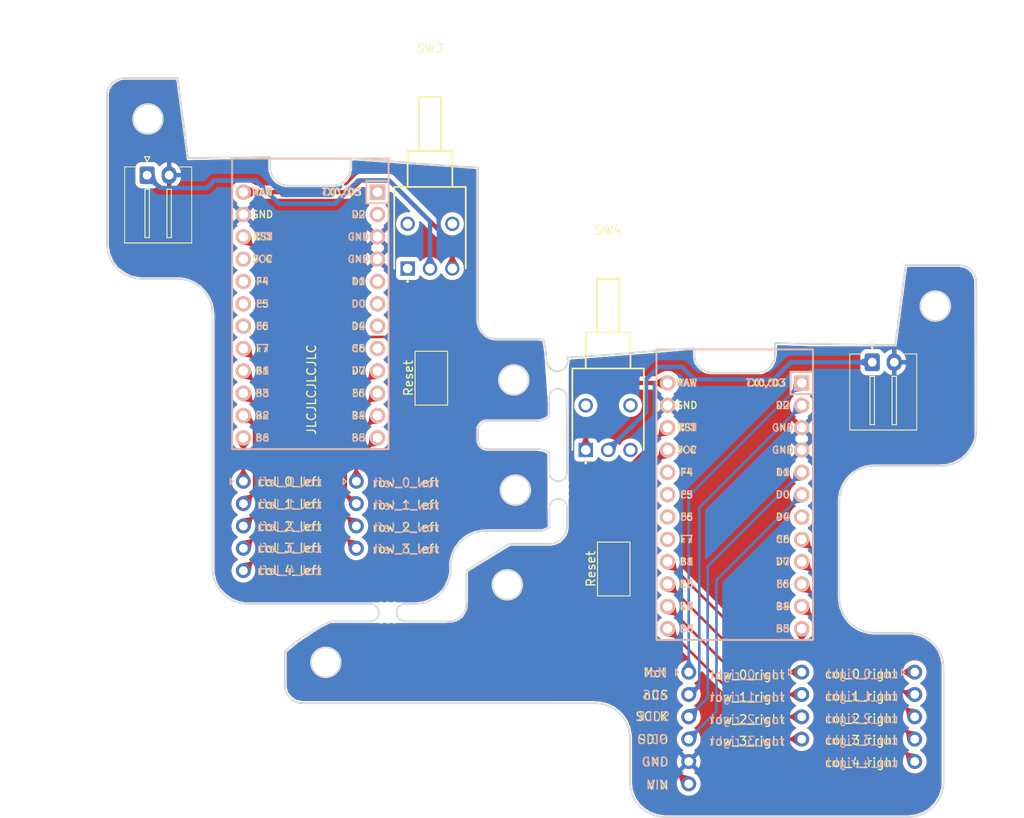
<source format=kicad_pcb>
(kicad_pcb (version 20221018) (generator pcbnew)
  (layers (0 "F.Cu" signal) (31 "B.Cu" signal) (34 "B.Paste" user) (35 "F.Paste" user) (36 "B.SilkS" user "B.Silkscreen") (37 "F.SilkS" user "F.Silkscreen") (38 "B.Mask" user) (39 "F.Mask" user) (44 "Edge.Cuts" user))
  (net 0 "")
  (net 1 "BAT_left")
  (net 2 "GND_left")
  (net 3 "BAT_right")
  (net 4 "GND_right")
  (net 5 "row_0_left")
  (net 6 "row_1_left")
  (net 7 "row_2_left")
  (net 8 "row_3_left")
  (net 9 "row_0_right")
  (net 10 "row_1_right")
  (net 11 "row_2_right")
  (net 12 "row_3_right")
  (net 13 "col_0_left")
  (net 14 "col_1_left")
  (net 15 "col_2_left")
  (net 16 "col_3_left")
  (net 17 "col_4_left")
  (net 18 "col_0_right")
  (net 19 "col_1_right")
  (net 20 "col_2_right")
  (net 21 "col_3_right")
  (net 22 "col_4_right")
  (net 23 "Mot")
  (net 24 "nCS")
  (net 25 "SCLK")
  (net 26 "SDIO")
  (net 27 "VIN")
  (net 28 "RST_left")
  (net 29 "RST_right")
  (net 31 "power_sw_left")
  (net 35 "power_sw_right")
  (footprint "Panelization:mouse-bite-2mm-slot" (layer "F.Cu") (at 129.57024 116.864237)
    (fp_text reference "H1" hide)
    (fp_text value "MountingHole_Pad" hide)
  )
  (footprint "DreaM117er-keebLibrary:PinHeader_1x05_P2.54mm_Vertical" (layer "F.Cu") (at 189.459962 123.633531)
    (fp_text reference "J6" hide)
    (fp_text value "Ribbon" hide)
  )
  (footprint "Panelization:mouse-bite-2mm-slot" (layer "F.Cu") (at 148.952965 102.93398 90)
    (fp_text reference "H2" hide)
    (fp_text value "MountingHole_Pad" hide)
  )
  (footprint "custom_components:JST_XH_2.54mm_vertical" (layer "F.Cu") (at 103.48992 67.627495)
    (fp_text reference "J1" hide)
    (fp_text value "BAT_connector_left")
  )
  (footprint "Panelization:mouse-bite-2mm-slot" (layer "F.Cu") (at 148.91334 90.402316 90)
    (fp_text reference "H3" hide)
    (fp_text value "MountingHole_Pad" hide)
  )
  (footprint "custom_components:JST_XH_2.54mm_vertical" (layer "F.Cu") (at 185.882729 88.894793)
    (fp_text reference "J2" hide)
    (fp_text value "BAT_connector_right")
  )
  (footprint "ScottoKeebs_MCU:Arduino_Pro_Micro_Flipped" (layer "F.Cu") (at 168.999962 104.723531)
    (fp_text reference "U2" hide)
    (fp_text value "nice!nano_flipped_right" hide)
  )
  (footprint "Button_Switch_SMD:SW_SPST_CK_RS282G05A3" (layer "F.Cu") (at 134.530561 90.204237 90)
    (fp_text reference "Reset")
    (fp_text value "switch_reset_left")
  )
  (footprint "DreaM117er-keebLibrary:PinHeader_1x04_P2.54mm_Vertical" (layer "F.Cu") (at 126.010561 101.934237)
    (fp_text reference "J3" hide)
    (fp_text value "Conn_01x04_Socket" hide)
  )
  (footprint "Button_Switch_SMD:SW_SPST_CK_RS282G05A3" (layer "F.Cu") (at 155.259962 111.903531 90)
    (fp_text reference "Reset")
    (fp_text value "switch_reset_right")
  )
  (footprint "DreaM117er-keebLibrary:PinHeader_1x05_P2.54mm_Vertical" (layer "F.Cu") (at 113.170561 101.934237)
    (fp_text reference "J5" hide)
    (fp_text value "Ribbon" hide)
  )
  (footprint "custom_components:200AWMSP2T2A1M6RE" (layer "F.Cu") (at 154.617964 89.049877)
    (fp_text reference "SW4")
    (fp_text value "~")
  )
  (footprint "ScottoKeebs_MCU:Arduino_Pro_Micro_Flipped" (layer "F.Cu") (at 120.790561 83.024237)
    (fp_text reference "U1" hide)
    (fp_text value "nice!nano_flipped_left" hide)
  )
  (footprint "DreaM117er-keebLibrary:PinHeader_1x06_P2.54mm_Vertical" (layer "F.Cu") (at 163.779962 123.633531)
    (fp_text reference "J7" hide)
    (fp_text value "pmw3610_connector" hide)
  )
  (footprint "custom_components:200AWMSP2T2A1M6RE" (layer "F.Cu") (at 134.378561 68.410836)
    (fp_text reference "SW3")
    (fp_text value "~")
  )
  (footprint "DreaM117er-keebLibrary:PinHeader_1x04_P2.54mm_Vertical" (layer "F.Cu") (at 176.619962 123.633531)
    (fp_text reference "J4" hide)
    (fp_text value "Conn_01x04_Socket" hide)
  )
  (gr_line (start 146.813222 85.769848) (end 146.954522 85.793856) (stroke (width 0.2)) (layer "Edge.Cuts"))
  (gr_line (start 173.574962 87.587755) (end 173.574962 86.213531) (stroke (width 0.2)) (layer "Edge.Cuts"))
  (gr_line (start 165.430965 89.319814) (end 165.665594 89.435518) (stroke (width 0.2)) (layer "Edge.Cuts"))
  (gr_line (start 147.91334 92.402316) (end 147.937704 94.491615) (stroke (width 0.2)) (layer "Edge.Cuts"))
  (gr_line (start 124.365561 68.048986) (end 124.583083 67.903636) (stroke (width 0.2)) (layer "Edge.Cuts"))
  (gr_line (start 146.549017 85.752319) (end 146.752835 85.762734) (stroke (width 0.2)) (layer "Edge.Cuts"))
  (gr_line (start 113.67992 115.864237) (end 127.57024 115.864237) (stroke (width 0.2)) (layer "Edge.Cuts"))
  (gr_line (start 139.843563 80.516928) (end 139.843562 83.752322) (stroke (width 0.2)) (layer "Edge.Cuts"))
  (gr_line (start 175.352962 86.255825) (end 175.352963 86.278933) (stroke (width 0.2)) (layer "Edge.Cuts"))
  (gr_line (start 173.307013 88.587759) (end 173.422719 88.35312) (stroke (width 0.2)) (layer "Edge.Cuts"))
  (gr_line (start 123.07024 117.864237) (end 127.57024 117.864237) (stroke (width 0.2)) (layer "Edge.Cuts"))
  (gr_line (start 147.734767 107.313318) (end 147.530409 107.41687) (stroke (width 0.2)) (layer "Edge.Cuts"))
  (gr_line (start 147.001583 98.302494) (end 147.245221 98.35146) (stroke (width 0.2)) (layer "Edge.Cuts"))
  (gr_line (start 106.595865 62.909839) (end 106.745449 64.046933) (stroke (width 0.2)) (layer "Edge.Cuts"))
  (gr_line (start 106.745449 64.046933) (end 106.895449 65.183962) (stroke (width 0.2)) (layer "Edge.Cuts"))
  (gr_line (start 141.325923 85.68417) (end 141.582512 85.735211) (stroke (width 0.2)) (layer "Edge.Cuts"))
  (gr_line (start 98.679921 56.354585) (end 98.914552 56.238875) (stroke (width 0.2)) (layer "Edge.Cuts"))
  (gr_line (start 132.730086 115.864237) (end 131.57024 115.864237) (stroke (width 0.2)) (layer "Edge.Cuts"))
  (gr_line (start 111.676561 65.154511) (end 114.44356 65.102136) (stroke (width 0.2)) (layer "Edge.Cuts"))
  (gr_line (start 188.427472 77.357457) (end 194.451544 77.357455) (stroke (width 0.2)) (layer "Edge.Cuts"))
  (gr_line (start 147.491859 98.434739) (end 147.524569 98.448555) (stroke (width 0.2)) (layer "Edge.Cuts"))
  (gr_line (start 109.286008 65.150313) (end 111.67656 65.11321) (stroke (width 0.2)) (layer "Edge.Cuts"))
  (gr_line (start 196.434431 79.096407) (end 196.45154 79.357457) (stroke (width 0.2)) (layer "Edge.Cuts"))
  (gr_line (start 173.506812 88.105397) (end 173.557854 87.848818) (stroke (width 0.2)) (layer "Edge.Cuts"))
  (gr_line (start 117.221562 68.048985) (end 117.456191 68.164689) (stroke (width 0.2)) (layer "Edge.Cuts"))
  (gr_line (start 149.957952 104.93398) (end 149.952965 107.054833) (stroke (width 0.2)) (layer "Edge.Cuts"))
  (gr_arc (start 192.729962 136.103531) (mid 191.558389 138.931958) (end 188.729962 140.103531) (stroke (width 0.2)) (layer "Edge.Cuts"))
  (gr_line (start 164.430969 87.587756) (end 164.448072 87.848815) (stroke (width 0.2)) (layer "Edge.Cuts"))
  (gr_line (start 165.213441 89.174465) (end 165.430965 89.319814) (stroke (width 0.2)) (layer "Edge.Cuts"))
  (gr_line (start 157.109962 131.163531) (end 157.109963 136.103531) (stroke (width 0.2)) (layer "Edge.Cuts"))
  (gr_line (start 139.843564 97.283977) (end 139.862777 97.479075) (stroke (width 0.2)) (layer "Edge.Cuts"))
  (gr_line (start 150.053278 87.848145) (end 150.02834 88.227316) (stroke (width 0.2)) (layer "Edge.Cuts"))
  (gr_line (start 118.160674 126.164235) (end 118.044962 125.929599) (stroke (width 0.2)) (layer "Edge.Cuts"))
  (gr_line (start 148.214019 109.037723) (end 148.4706 108.986686) (stroke (width 0.2)) (layer "Edge.Cuts"))
  (gr_line (start 147.530409 107.41687) (end 147.499202 107.430184) (stroke (width 0.2)) (layer "Edge.Cuts"))
  (gr_line (start 140.64847 95.071534) (end 140.460874 95.128437) (stroke (width 0.2)) (layer "Edge.Cuts"))
  (gr_line (start 140.111509 84.752319) (end 140.25685 84.969843) (stroke (width 0.2)) (layer "Edge.Cuts"))
  (gr_line (start 147.245221 98.35146) (end 147.268059 98.357691) (stroke (width 0.2)) (layer "Edge.Cuts"))
  (gr_line (start 119.127353 127.011993) (end 118.892724 126.896283) (stroke (width 0.2)) (layer "Edge.Cuts"))
  (gr_line (start 116.23867 66.577987) (end 116.289709 66.834566) (stroke (width 0.2)) (layer "Edge.Cuts"))
  (gr_line (start 117.960511 68.299825) (end 118.221562 68.316929) (stroke (width 0.2)) (layer "Edge.Cuts"))
  (gr_line (start 139.843564 68.316931) (end 139.843565 69.116934) (stroke (width 0.2)) (layer "Edge.Cuts"))
  (gr_line (start 138.442561 66.198367) (end 138.44256 66.164397) (stroke (width 0.2)) (layer "Edge.Cuts"))
  (gr_line (start 149.539669 108.272362) (end 149.685011 108.054829) (stroke (width 0.2)) (layer "Edge.Cuts"))
  (gr_line (start 195.21691 77.509701) (end 195.451544 77.625413) (stroke (width 0.2)) (layer "Edge.Cuts"))
  (gr_line (start 147.524569 98.448555) (end 147.725593 98.549342) (stroke (width 0.2)) (layer "Edge.Cuts"))
  (gr_line (start 139.862777 97.479075) (end 139.919683 97.666659) (stroke (width 0.2)) (layer "Edge.Cuts"))
  (gr_line (start 111.67656 65.11321) (end 111.676561 65.154511) (stroke (width 0.2)) (layer "Edge.Cuts"))
  (gr_line (start 148.718327 108.902591) (end 148.952963 108.786888) (stroke (width 0.2)) (layer "Edge.Cuts"))
  (gr_line (start 138.101017 117.081757) (end 138.246356 116.864235) (stroke (width 0.2)) (layer "Edge.Cuts"))
  (gr_line (start 140.843564 98.283985) (end 146.730082 98.283985) (stroke (width 0.2)) (layer "Edge.Cuts"))
  (gr_line (start 141.078192 85.600078) (end 141.325923 85.68417) (stroke (width 0.2)) (layer "Edge.Cuts"))
  (gr_line (start 143.405624 109.054833) (end 147.952966 109.05483) (stroke (width 0.2)) (layer "Edge.Cuts"))
  (gr_line (start 147.546081 94.786062) (end 147.528285 94.796179) (stroke (width 0.2)) (layer "Edge.Cuts"))
  (gr_line (start 147.952965 107.166564) (end 147.773626 107.290154) (stroke (width 0.2)) (layer "Edge.Cuts"))
  (gr_line (start 157.651963 87.291887) (end 159.885964 87.129005) (stroke (width 0.2)) (layer "Edge.Cuts"))
  (gr_line (start 118.892724 126.896283) (end 118.675199 126.750943) (stroke (width 0.2)) (layer "Edge.Cuts"))
  (gr_line (start 99.679924 56.086629) (end 105.703989 56.08663) (stroke (width 0.2)) (layer "Edge.Cuts"))
  (gr_line (start 164.448072 87.848815) (end 164.49911 88.105395) (stroke (width 0.2)) (layer "Edge.Cuts"))
  (gr_line (start 140.648468 98.264768) (end 140.843564 98.283985) (stroke (width 0.2)) (layer "Edge.Cuts"))
  (gr_line (start 147.942463 98.693342) (end 147.952965 100.93398) (stroke (width 0.2)) (layer "Edge.Cuts"))
  (gr_line (start 116.489507 67.316931) (end 116.634855 67.534449) (stroke (width 0.2)) (layer "Edge.Cuts"))
  (gr_line (start 184.888303 86.42179) (end 187.236015 86.454793) (stroke (width 0.2)) (layer "Edge.Cuts"))
  (gr_arc (start 161.109963 140.103531) (mid 158.281536 138.931958) (end 157.109963 136.103531) (stroke (width 0.2)) (layer "Edge.Cuts"))
  (gr_line (start 172.989174 89.001972) (end 173.161668 88.805278) (stroke (width 0.2)) (layer "Edge.Cuts"))
  (gr_line (start 118.221562 68.316929) (end 123.365561 68.316931) (stroke (width 0.2)) (layer "Edge.Cuts"))
  (gr_line (start 117.004037 67.903636) (end 117.221562 68.048985) (stroke (width 0.2)) (layer "Edge.Cuts"))
  (gr_line (start 127.143563 65.344045) (end 127.143564 65.35994) (stroke (width 0.2)) (layer "Edge.Cuts"))
  (gr_line (start 97.832163 57.321265) (end 97.947871 57.086623) (stroke (width 0.2)) (layer "Edge.Cuts"))
  (gr_line (start 137.279672 117.711991) (end 137.514311 117.59628) (stroke (width 0.2)) (layer "Edge.Cuts"))
  (gr_line (start 195.669067 77.770753) (end 195.865759 77.943244) (stroke (width 0.2)) (layer "Edge.Cuts"))
  (gr_line (start 146.80923 95.035325) (end 146.804156 95.035983) (stroke (width 0.2)) (layer "Edge.Cuts"))
  (gr_line (start 147.268059 98.357691) (end 147.491859 98.434739) (stroke (width 0.2)) (layer "Edge.Cuts"))
  (gr_line (start 119.274274 120.101734) (end 121.779257 118.489186) (stroke (width 0.2)) (layer "Edge.Cuts"))
  (gr_line (start 187.833823 81.906373) (end 188.131151 79.631971) (stroke (width 0.2)) (layer "Edge.Cuts"))
  (gr_arc (start 147.91334 92.402316) (mid 148.91334 91.402316) (end 149.91334 92.402316) (stroke (width 0.2)) (layer "Edge.Cuts"))
  (gr_line (start 116.634855 67.534449) (end 116.807345 67.731146) (stroke (width 0.2)) (layer "Edge.Cuts"))
  (gr_arc (start 188.729962 119.163531) (mid 191.55839 120.335103) (end 192.729962 123.163531) (stroke (width 0.2)) (layer "Edge.Cuts"))
  (gr_line (start 140.960588 110.576004) (end 143.405624 109.054833) (stroke (width 0.2)) (layer "Edge.Cuts"))
  (gr_line (start 147.763177 94.641609) (end 147.742747 94.657004) (stroke (width 0.2)) (layer "Edge.Cuts"))
  (gr_line (start 192.729962 123.163531) (end 192.729962 136.103531) (stroke (width 0.2)) (layer "Edge.Cuts"))
  (gr_line (start 196.45154 79.357457) (end 196.45154 96.167756) (stroke (width 0.2)) (layer "Edge.Cuts"))
  (gr_arc (start 101.67992 78.907495) (mid 98.851504 77.73592) (end 97.67992 74.907495) (stroke (width 0.2)) (layer "Edge.Cuts"))
  (gr_line (start 165.913322 89.519612) (end 166.16991 89.570656) (stroke (width 0.2)) (layer "Edge.Cuts"))
  (gr_line (start 180.889962 104.163531) (end 180.889962 115.163531) (stroke (width 0.2)) (layer "Edge.Cuts"))
  (gr_line (start 140.28799 95.22085) (end 140.136456 95.345209) (stroke (width 0.2)) (layer "Edge.Cuts"))
  (gr_line (start 116.289709 66.834566) (end 116.373801 67.08229) (stroke (width 0.2)) (layer "Edge.Cuts"))
  (gr_line (start 149.884817 107.572471) (end 149.935853 107.315887) (stroke (width 0.2)) (layer "Edge.Cuts"))
  (gr_arc (start 105.67992 78.907495) (mid 108.508343 80.079072) (end 109.67992 82.907495) (stroke (width 0.2)) (layer "Edge.Cuts"))
  (gr_line (start 119.892725 127.164236) (end 119.631673 127.147122) (stroke (width 0.2)) (layer "Edge.Cuts"))
  (gr_line (start 147.272147 107.509119) (end 147.250337 107.51513) (stroke (width 0.2)) (layer "Edge.Cuts"))
  (gr_line (start 154.502935 87.556079) (end 156.077447 87.440744) (stroke (width 0.2)) (layer "Edge.Cuts"))
  (gr_line (start 139.843565 78.516932) (end 139.843563 80.516928) (stroke (width 0.2)) (layer "Edge.Cuts"))
  (gr_circle (center 122.542728 122.514231) (end 124.242726 122.514231) (stroke (width 0.2)) (fill none) (layer "Edge.Cuts"))
  (gr_line (start 140.136456 95.345209) (end 140.012089 95.496748) (stroke (width 0.2)) (layer "Edge.Cuts"))
  (gr_line (start 147.297826 94.906853) (end 147.065017 94.98461) (stroke (width 0.2)) (layer "Edge.Cuts"))
  (gr_line (start 136.775363 117.847123) (end 137.031944 117.796086) (stroke (width 0.2)) (layer "Edge.Cuts"))
  (gr_arc (start 153.109962 127.163531) (mid 155.938389 128.335104) (end 157.109962 131.163531) (stroke (width 0.2)) (layer "Edge.Cuts"))
  (gr_line (start 138.514308 115.864237) (end 138.514311 112.095195) (stroke (width 0.2)) (layer "Edge.Cuts"))
  (gr_line (start 164.49911 88.105395) (end 164.583204 88.353123) (stroke (width 0.2)) (layer "Edge.Cuts"))
  (gr_line (start 97.67992 58.086626) (end 97.69703 57.825577) (stroke (width 0.2)) (layer "Edge.Cuts"))
  (gr_line (start 99.162284 56.154777) (end 99.418867 56.103739) (stroke (width 0.2)) (layer "Edge.Cuts"))
  (gr_line (start 118.30602 126.381752) (end 118.160674 126.164235) (stroke (width 0.2)) (layer "Edge.Cuts"))
  (gr_line (start 140.460874 95.128437) (end 140.28799 95.22085) (stroke (width 0.2)) (layer "Edge.Cuts"))
  (gr_line (start 171.836017 89.570654) (end 172.092605 89.519612) (stroke (width 0.2)) (layer "Edge.Cuts"))
  (gr_line (start 125.213322 67.082295) (end 125.297411 66.834565) (stroke (width 0.2)) (layer "Edge.Cuts"))
  (gr_line (start 117.703918 68.248786) (end 117.960511 68.299825) (stroke (width 0.2)) (layer "Edge.Cuts"))
  (gr_line (start 173.557854 87.848818) (end 173.574962 87.587755) (stroke (width 0.2)) (layer "Edge.Cuts"))
  (gr_circle (center 143.89902 90.402316) (end 145.599023 90.402315) (stroke (width 0.2)) (fill none) (layer "Edge.Cuts"))
  (gr_line (start 146.99248 107.566696) (end 146.730086 107.583983) (stroke (width 0.2)) (layer "Edge.Cuts"))
  (gr_line (start 137.731828 117.450942) (end 137.928518 117.278443) (stroke (width 0.2)) (layer "Edge.Cuts"))
  (gr_line (start 123.626616 68.299827) (end 123.883194 68.248785) (stroke (width 0.2)) (layer "Edge.Cuts"))
  (gr_line (start 129.91056 65.542489) (end 132.144558 65.705151) (stroke (width 0.2)) (layer "Edge.Cuts"))
  (gr_line (start 139.911712 84.269962) (end 139.995803 84.517688) (stroke (width 0.2)) (layer "Edge.Cuts"))
  (gr_line (start 140.012089 95.496748) (end 139.919681 95.669635) (stroke (width 0.2)) (layer "Edge.Cuts"))
  (gr_line (start 123.365561 68.316931) (end 123.626616 68.299827) (stroke (width 0.2)) (layer "Edge.Cuts"))
  (gr_line (start 196.183595 78.357452) (end 196.2993 78.592094) (stroke (width 0.2)) (layer "Edge.Cuts"))
  (gr_line (start 140.136456 97.991087) (end 140.287991 98.115455) (stroke (width 0.2)) (layer "Edge.Cuts"))
  (gr_line (start 194.451544 77.357455) (end 194.712597 77.374566) (stroke (width 0.2)) (layer "Edge.Cuts"))
  (gr_line (start 116.221563 65.038872) (end 116.221561 66.316929) (stroke (width 0.2)) (layer "Edge.Cuts"))
  (gr_line (start 148.952963 108.786888) (end 149.170487 108.641541) (stroke (width 0.2)) (layer "Edge.Cuts"))
  (gr_line (start 151.353961 87.752625) (end 151.35396 87.787172) (stroke (width 0.2)) (layer "Edge.Cuts"))
  (gr_line (start 125.348456 66.577988) (end 125.365561 66.316929) (stroke (width 0.2)) (layer "Edge.Cuts"))
  (gr_line (start 146.549018 95.052313) (end 140.843562 95.052318) (stroke (width 0.2)) (layer "Edge.Cuts"))
  (gr_line (start 172.340331 89.435517) (end 172.574963 89.319817) (stroke (width 0.2)) (layer "Edge.Cuts"))
  (gr_line (start 131.57024 117.864237) (end 136.514315 117.864238) (stroke (width 0.2)) (layer "Edge.Cuts"))
  (gr_line (start 147.499202 107.430184) (end 147.272147 107.509119) (stroke (width 0.2)) (layer "Edge.Cuts"))
  (gr_line (start 97.74807 57.568991) (end 97.832163 57.321265) (stroke (width 0.2)) (layer "Edge.Cuts"))
  (gr_line (start 97.679925 64.316932) (end 97.67992 74.907495) (stroke (width 0.2)) (layer "Edge.Cuts"))
  (gr_line (start 165.016755 89.001976) (end 165.213441 89.174465) (stroke (width 0.2)) (layer "Edge.Cuts"))
  (gr_line (start 159.885963 87.148959) (end 162.652963 86.947117) (stroke (width 0.2)) (layer "Edge.Cuts"))
  (gr_line (start 114.443557 65.072375) (end 116.221563 65.038872) (stroke (width 0.2)) (layer "Edge.Cuts"))
  (gr_line (start 129.910561 65.561921) (end 129.91056 65.542489) (stroke (width 0.2)) (layer "Edge.Cuts"))
  (gr_line (start 137.928518 117.278443) (end 138.101017 117.081757) (stroke (width 0.2)) (layer "Edge.Cuts"))
  (gr_line (start 164.583204 88.353123) (end 164.698913 88.587758) (stroke (width 0.2)) (layer "Edge.Cuts"))
  (gr_line (start 141.582512 85.735211) (end 141.84356 85.752319) (stroke (width 0.2)) (layer "Edge.Cuts"))
  (gr_line (start 147.32318 85.908223) (end 147.551255 87.279852) (stroke (width 0.2)) (layer "Edge.Cuts"))
  (gr_line (start 175.352963 86.278933) (end 176.736449 86.311062) (stroke (width 0.2)) (layer "Edge.Cuts"))
  (gr_circle (center 102.329919 60.73663) (end 104.029923 60.736632) (stroke (width 0.2)) (fill none) (layer "Edge.Cuts"))
  (gr_circle (center 143.164306 113.704835) (end 144.864304 113.704836) (stroke (width 0.2)) (fill none) (layer "Edge.Cuts"))
  (gr_line (start 147.055128 94.987223) (end 146.80923 95.035325) (stroke (width 0.2)) (layer "Edge.Cuts"))
  (gr_line (start 147.528285 94.796179) (end 147.312037 94.901051) (stroke (width 0.2)) (layer "Edge.Cuts"))
  (gr_line (start 139.995803 84.517688) (end 140.111509 84.752319) (stroke (width 0.2)) (layer "Edge.Cuts"))
  (gr_line (start 139.843562 83.752322) (end 139.860672 84.01337) (stroke (width 0.2)) (layer "Edge.Cuts"))
  (gr_arc (start 127.57024 115.864237) (mid 128.57024 116.864237) (end 127.57024 117.864237) (stroke (width 0.2)) (layer "Edge.Cuts"))
  (gr_line (start 139.919683 97.666659) (end 140.012092 97.839548) (stroke (width 0.2)) (layer "Edge.Cuts"))
  (gr_line (start 97.679925 64.316932) (end 97.67992 58.086626) (stroke (width 0.2)) (layer "Edge.Cuts"))
  (gr_line (start 149.935853 107.315887) (end 149.952965 107.054833) (stroke (width 0.2)) (layer "Edge.Cuts"))
  (gr_line (start 138.246356 116.864235) (end 138.362065 116.629595) (stroke (width 0.2)) (layer "Edge.Cuts"))
  (gr_line (start 117.456191 68.164689) (end 117.703918 68.248786) (stroke (width 0.2)) (layer "Edge.Cuts"))
  (gr_line (start 140.460881 98.207858) (end 140.648468 98.264768) (stroke (width 0.2)) (layer "Edge.Cuts"))
  (gr_line (start 139.843563 96.052319) (end 139.843564 97.283977) (stroke (width 0.2)) (layer "Edge.Cuts"))
  (gr_line (start 159.885964 87.129005) (end 159.885963 87.148959) (stroke (width 0.2)) (layer "Edge.Cuts"))
  (gr_line (start 125.365561 66.316929) (end 125.365561 65.214237) (stroke (width 0.2)) (layer "Edge.Cuts"))
  (gr_arc (start 147.952966 105.03398) (mid 148.902903 103.930241) (end 149.957952 104.93398) (stroke (width 0.2)) (layer "Edge.Cuts"))
  (gr_line (start 196.383393 78.839819) (end 196.434431 79.096407) (stroke (width 0.2)) (layer "Edge.Cuts"))
  (gr_line (start 118.478514 126.578447) (end 118.30602 126.381752) (stroke (width 0.2)) (layer "Edge.Cuts"))
  (gr_circle (center 144.080086 102.93398) (end 145.780085 102.933981) (stroke (width 0.2)) (fill none) (layer "Edge.Cuts"))
  (gr_line (start 151.35396 87.787172) (end 152.928445 87.67155) (stroke (width 0.2)) (layer "Edge.Cuts"))
  (gr_line (start 117.960874 125.681872) (end 117.909831 125.425286) (stroke (width 0.2)) (layer "Edge.Cuts"))
  (gr_line (start 98.914552 56.238875) (end 99.162284 56.154777) (stroke (width 0.2)) (layer "Edge.Cuts"))
  (gr_line (start 149.800722 107.820205) (end 149.884817 107.572471) (stroke (width 0.2)) (layer "Edge.Cuts"))
  (gr_line (start 135.293577 65.967992) (end 136.868069 66.083122) (stroke (width 0.2)) (layer "Edge.Cuts"))
  (gr_line (start 119.631673 127.147122) (end 119.375086 127.096089) (stroke (width 0.2)) (layer "Edge.Cuts"))
  (gr_line (start 146.752835 85.762734) (end 146.813222 85.769848) (stroke (width 0.2)) (layer "Edge.Cuts"))
  (gr_line (start 150.053278 87.848145) (end 151.353961 87.752625) (stroke (width 0.2)) (layer "Edge.Cuts"))
  (gr_line (start 147.151993 85.845377) (end 147.32318 85.908223) (stroke (width 0.2)) (layer "Edge.Cuts"))
  (gr_line (start 117.89273 121.249544) (end 119.274274 120.101734) (stroke (width 0.2)) (layer "Edge.Cuts"))
  (gr_line (start 138.362065 116.629595) (end 138.446158 116.381873) (stroke (width 0.2)) (layer "Edge.Cuts"))
  (gr_line (start 124.130928 68.164694) (end 124.365561 68.048986) (stroke (width 0.2)) (layer "Edge.Cuts"))
  (gr_line (start 138.497196 116.125289) (end 138.514308 115.864237) (stroke (width 0.2)) (layer "Edge.Cuts"))
  (gr_line (start 172.792489 89.174462) (end 172.989174 89.001972) (stroke (width 0.2)) (layer "Edge.Cuts"))
  (gr_line (start 127.143564 65.35994) (end 129.910561 65.561921) (stroke (width 0.2)) (layer "Edge.Cuts"))
  (gr_line (start 146.804156 95.035983) (end 146.549018 95.052313) (stroke (width 0.2)) (layer "Edge.Cuts"))
  (gr_line (start 118.675199 126.750943) (end 118.478514 126.578447) (stroke (width 0.2)) (layer "Edge.Cuts"))
  (gr_line (start 140.843562 95.052318) (end 140.64847 95.071534) (stroke (width 0.2)) (layer "Edge.Cuts"))
  (gr_line (start 194.969184 77.425605) (end 195.21691 77.509701) (stroke (width 0.2)) (layer "Edge.Cuts"))
  (gr_line (start 139.919681 95.669635) (end 139.862772 95.857227) (stroke (width 0.2)) (layer "Edge.Cuts"))
  (gr_line (start 139.843562 77.716929) (end 139.843565 78.516932) (stroke (width 0.2)) (layer "Edge.Cuts"))
  (gr_line (start 116.221561 66.316929) (end 116.23867 66.577987) (stroke (width 0.2)) (layer "Edge.Cuts"))
  (gr_line (start 123.883194 68.248785) (end 124.130928 68.164694) (stroke (width 0.2)) (layer "Edge.Cuts"))
  (gr_line (start 148.4706 108.986686) (end 148.718327 108.902591) (stroke (width 0.2)) (layer "Edge.Cuts"))
  (gr_line (start 136.868069 66.083122) (end 138.442561 66.198367) (stroke (width 0.2)) (layer "Edge.Cuts"))
  (gr_line (start 187.236015 86.454793) (end 187.386016 85.317763) (stroke (width 0.2)) (layer "Edge.Cuts"))
  (gr_line (start 132.144558 65.737964) (end 135.293577 65.967992) (stroke (width 0.2)) (layer "Edge.Cuts"))
  (gr_arc (start 196.45154 96.167756) (mid 195.27996 98.996173) (end 192.45154 100.167756) (stroke (width 0.2)) (layer "Edge.Cuts"))
  (gr_line (start 173.574962 86.213531) (end 174.463956 86.235218) (stroke (width 0.2)) (layer "Edge.Cuts"))
  (gr_line (start 147.250337 107.51513) (end 147.003688 107.565179) (stroke (width 0.2)) (layer "Edge.Cuts"))
  (gr_line (start 187.535597 84.180669) (end 187.833823 81.906373) (stroke (width 0.2)) (layer "Edge.Cuts"))
  (gr_line (start 121.779257 118.489186) (end 123.07024 117.864237) (stroke (width 0.2)) (layer "Edge.Cuts"))
  (gr_line (start 114.44356 65.102136) (end 114.443557 65.072375) (stroke (width 0.2)) (layer "Edge.Cuts"))
  (gr_line (start 184.889962 119.163531) (end 188.729962 119.163531) (stroke (width 0.2)) (layer "Edge.Cuts"))
  (gr_line (start 195.451544 77.625413) (end 195.669067 77.770753) (stroke (width 0.2)) (layer "Edge.Cuts"))
  (gr_line (start 149.685011 108.054829) (end 149.800722 107.820205) (stroke (width 0.2)) (layer "Edge.Cuts"))
  (gr_line (start 124.952268 67.534448) (end 125.097614 67.316931) (stroke (width 0.2)) (layer "Edge.Cuts"))
  (gr_line (start 172.092605 89.519612) (end 172.340331 89.435517) (stroke (width 0.2)) (layer "Edge.Cuts"))
  (gr_line (start 147.766379 98.573395) (end 147.942463 98.693342) (stroke (width 0.2)) (layer "Edge.Cuts"))
  (gr_line (start 137.514311 117.59628) (end 137.731828 117.450942) (stroke (width 0.2)) (layer "Edge.Cuts"))
  (gr_line (start 178.119964 86.341081) (end 178.119964 86.308408) (stroke (width 0.2)) (layer "Edge.Cuts"))
  (gr_line (start 147.952966 105.03398) (end 147.952965 107.166564) (stroke (width 0.2)) (layer "Edge.Cuts"))
  (gr_line (start 98.462401 56.499924) (end 98.679921 56.354585) (stroke (width 0.2)) (layer "Edge.Cuts"))
  (gr_line (start 140.429349 85.166533) (end 140.626037 85.339029) (stroke (width 0.2)) (layer "Edge.Cuts"))
  (gr_line (start 184.889962 100.167756) (end 192.45154 100.167756) (stroke (width 0.2)) (layer "Edge.Cuts"))
  (gr_line (start 152.928445 87.67155) (end 154.502935 87.556079) (stroke (width 0.2)) (layer "Edge.Cuts"))
  (gr_line (start 140.25685 84.969843) (end 140.429349 85.166533) (stroke (width 0.2)) (layer "Edge.Cuts"))
  (gr_arc (start 149.952965 100.93398) (mid 148.952965 101.93398) (end 147.952965 100.93398) (stroke (width 0.2)) (layer "Edge.Cuts"))
  (gr_line (start 147.773626 107.290154) (end 147.734767 107.313318) (stroke (width 0.2)) (layer "Edge.Cuts"))
  (gr_line (start 147.065017 94.98461) (end 147.055128 94.987223) (stroke (width 0.2)) (layer "Edge.Cuts"))
  (gr_line (start 153.109962 127.163531) (end 119.892725 127.164236) (stroke (width 0.2)) (layer "Edge.Cuts"))
  (gr_line (start 166.430963 89.587758) (end 171.574961 89.58776) (stroke (width 0.2)) (layer "Edge.Cuts"))
  (gr_line (start 188.131151 79.631971) (end 188.427472 77.357457) (stroke (width 0.2)) (layer "Edge.Cuts"))
  (gr_line (start 106.895449 65.183962) (end 109.286008 65.150313) (stroke (width 0.2)) (layer "Edge.Cuts"))
  (gr_line (start 138.446158 116.381873) (end 138.497196 116.125289) (stroke (width 0.2)) (layer "Edge.Cuts"))
  (gr_line (start 119.375086 127.096089) (end 119.127353 127.011993) (stroke (width 0.2)) (layer "Edge.Cuts"))
  (gr_line (start 164.698913 88.587758) (end 164.844254 88.805279) (stroke (width 0.2)) (layer "Edge.Cuts"))
  (gr_line (start 147.742747 94.657004) (end 147.546081 94.786062) (stroke (width 0.2)) (layer "Edge.Cuts"))
  (gr_line (start 109.67992 111.864237) (end 109.67992 82.907495) (stroke (width 0.2)) (layer "Edge.Cuts"))
  (gr_line (start 116.373801 67.08229) (end 116.489507 67.316931) (stroke (width 0.2)) (layer "Edge.Cuts"))
  (gr_line (start 106.000314 58.361141) (end 106.297639 60.635547) (stroke (width 0.2)) (layer "Edge.Cuts"))
  (gr_line (start 196.2993 78.592094) (end 196.383393 78.839819) (stroke (width 0.2)) (layer "Edge.Cuts"))
  (gr_line (start 147.003688 107.565179) (end 146.99248 107.566696) (stroke (width 0.2)) (layer "Edge.Cuts"))
  (gr_line (start 156.077447 87.440744) (end 157.651963 87.325533) (stroke (width 0.2)) (layer "Edge.Cuts"))
  (gr_line (start 116.807345 67.731146) (end 117.004037 67.903636) (stroke (width 0.2)) (layer "Edge.Cuts"))
  (gr_line (start 176.736449 86.311062) (end 178.119964 86.341081) (stroke (width 0.2)) (layer "Edge.Cuts"))
  (gr_line (start 138.44256 66.164397) (end 139.843561 66.266836) (stroke (width 0.2)) (layer "Edge.Cuts"))
  (gr_line (start 165.665594 89.435518) (end 165.913322 89.519612) (stroke (width 0.2)) (layer "Edge.Cuts"))
  (gr_line (start 136.730086 111.864237) (end 136.730086 111.583983) (stroke (width 0.2)) (layer "Edge.Cuts"))
  (gr_line (start 137.031944 117.796086) (end 137.279672 117.711991) (stroke (width 0.2)) (layer "Edge.Cuts"))
  (gr_arc (start 184.889962 119.163531) (mid 182.061535 117.991958) (end 180.889962 115.163531) (stroke (width 0.2)) (layer "Edge.Cuts"))
  (gr_line (start 195.865759 77.943244) (end 196.038249 78.139938) (stroke (width 0.2)) (layer "Edge.Cuts"))
  (gr_line (start 140.012092 97.839548) (end 140.136456 97.991087) (stroke (width 0.2)) (layer "Edge.Cuts"))
  (gr_line (start 178.119964 86.308408) (end 180.330269 86.348598) (stroke (width 0.2)) (layer "Edge.Cuts"))
  (gr_arc (start 131.57024 117.864237) (mid 130.57024 116.864237) (end 131.57024 115.864237) (stroke (width 0.2)) (layer "Edge.Cuts"))
  (gr_arc (start 150.02834 88.227316) (mid 148.82834 89.427316) (end 147.62834 88.227316) (stroke (width 0.2)) (layer "Edge.Cuts"))
  (gr_line (start 182.540601 86.385411) (end 184.888303 86.42179) (stroke (width 0.2)) (layer "Edge.Cuts"))
  (gr_line (start 124.583083 67.903636) (end 124.779774 67.731147) (stroke (width 0.2)) (layer "Edge.Cuts"))
  (gr_line (start 132.144558 65.705151) (end 132.144558 65.737964) (stroke (width 0.2)) (layer "Edge.Cuts"))
  (gr_line (start 146.730082 98.283985) (end 146.989853 98.300922) (stroke (width 0.2)) (layer "Edge.Cuts"))
  (gr_line (start 125.297411 66.834565) (end 125.348456 66.577988) (stroke (width 0.2)) (layer "Edge.Cuts"))
  (gr_line (start 141.84356 85.752319) (end 146.549017 85.752319) (stroke (width 0.2)) (layer "Edge.Cuts"))
  (gr_arc (start 136.730086 111.864237) (mid 135.558513 114.692664) (end 132.730086 115.864237) (stroke (width 0.2)) (layer "Edge.Cuts"))
  (gr_line (start 171.574961 89.58776) (end 171.836017 89.570654) (stroke (width 0.2)) (layer "Edge.Cuts"))
  (gr_line (start 106.297639 60.635547) (end 106.595865 62.909839) (stroke (width 0.2)) (layer "Edge.Cuts"))
  (gr_line (start 188.729962 140.103531) (end 161.109963 140.103531) (stroke (width 0.2)) (layer "Edge.Cuts"))
  (gr_line (start 97.69703 57.825577) (end 97.74807 57.568991) (stroke (width 0.2)) (layer "Edge.Cuts"))
  (gr_line (start 140.843564 85.484368) (end 141.078192 85.600078) (stroke (width 0.2)) (layer "Edge.Cuts"))
  (gr_line (start 146.954522 85.793856) (end 147.072793 85.822122) (stroke (width 0.2)) (layer "Edge.Cuts"))
  (gr_circle (center 191.801541 82.00746) (end 193.501546 82.007459) (stroke (width 0.2)) (fill none) (layer "Edge.Cuts"))
  (gr_line (start 147.312037 94.901051) (end 147.297826 94.906853) (stroke (width 0.2)) (layer "Edge.Cuts"))
  (gr_line (start 101.67992 78.907495) (end 105.67992 78.907495) (stroke (width 0.2)) (layer "Edge.Cuts"))
  (gr_line (start 147.072793 85.822122) (end 147.151993 85.845377) (stroke (width 0.2)) (layer "Edge.Cuts"))
  (gr_line (start 139.843561 66.266836) (end 139.843564 68.316931) (stroke (width 0.2)) (layer "Edge.Cuts"))
  (gr_line (start 196.038249 78.139938) (end 196.183595 78.357452) (stroke (width 0.2)) (layer "Edge.Cuts"))
  (gr_line (start 118.044962 125.929599) (end 117.960874 125.681872) (stroke (width 0.2)) (layer "Edge.Cuts"))
  (gr_line (start 164.844254 88.805279) (end 165.016755 89.001976) (stroke (width 0.2)) (layer "Edge.Cuts"))
  (gr_line (start 166.16991 89.570656) (end 166.430963 89.587758) (stroke (width 0.2)) (layer "Edge.Cuts"))
  (gr_line (start 149.170487 108.641541) (end 149.367173 108.469046) (stroke (width 0.2)) (layer "Edge.Cuts"))
  (gr_line (start 173.161668 88.805278) (end 173.307013 88.587759) (stroke (width 0.2)) (layer "Edge.Cuts"))
  (gr_line (start 164.430966 86.801226) (end 164.430969 87.587756) (stroke (width 0.2)) (layer "Edge.Cuts"))
  (gr_line (start 139.862772 95.857227) (end 139.843563 96.052319) (stroke (width 0.2)) (layer "Edge.Cuts"))
  (gr_line (start 147.551255 87.279852) (end 147.62834 88.227316) (stroke (width 0.2)) (layer "Edge.Cuts"))
  (gr_line (start 174.463956 86.235218) (end 175.352962 86.255825) (stroke (width 0.2)) (layer "Edge.Cuts"))
  (gr_line (start 97.947871 57.086623) (end 98.093216 56.869107) (stroke (width 0.2)) (layer "Edge.Cuts"))
  (gr_line (start 99.418867 56.103739) (end 99.679924 56.086629) (stroke (width 0.2)) (layer "Edge.Cuts"))
  (gr_arc (start 113.67992 115.864237) (mid 110.851493 114.692664) (end 109.67992 111.864237) (stroke (width 0.2)) (layer "Edge.Cuts"))
  (gr_line (start 140.626037 85.339029) (end 140.843564 85.484368) (stroke (width 0.2)) (layer "Edge.Cuts"))
  (gr_line (start 147.952966 109.05483) (end 148.214019 109.037723) (stroke (width 0.2)) (layer "Edge.Cuts"))
  (gr_line (start 140.287991 98.115455) (end 140.460881 98.207858) (stroke (width 0.2)) (layer "Edge.Cuts"))
  (gr_line (start 117.892729 125.164235) (end 117.89273 121.249544) (stroke (width 0.2)) (layer "Edge.Cuts"))
  (gr_line (start 149.91334 92.402316) (end 149.952965 100.93398) (stroke (width 0.2)) (layer "Edge.Cuts"))
  (gr_line (start 98.093216 56.869107) (end 98.265708 56.672414) (stroke (width 0.2)) (layer "Edge.Cuts"))
  (gr_arc (start 180.889962 104.163531) (mid 182.06241 101.337216) (end 184.889962 100.167756) (stroke (width 0.2)) (layer "Edge.Cuts"))
  (gr_line (start 162.652963 86.947117) (end 162.652962 86.930722) (stroke (width 0.2)) (layer "Edge.Cuts"))
  (gr_line (start 124.779774 67.731147) (end 124.952268 67.534448) (stroke (width 0.2)) (layer "Edge.Cuts"))
  (gr_line (start 187.386016 85.317763) (end 187.535597 84.180669) (stroke (width 0.2)) (layer "Edge.Cuts"))
  (gr_line (start 147.725593 98.549342) (end 147.766379 98.573395) (stroke (width 0.2)) (layer "Edge.Cuts"))
  (gr_line (start 105.703989 56.08663) (end 106.000314 58.361141) (stroke (width 0.2)) (layer "Edge.Cuts"))
  (gr_line (start 162.652962 86.930722) (end 164.430966 86.801226) (stroke (width 0.2)) (layer "Edge.Cuts"))
  (gr_line (start 117.909831 125.425286) (end 117.892729 125.164235) (stroke (width 0.2)) (layer "Edge.Cuts"))
  (gr_line (start 140.730086 107.583983) (end 146.730086 107.583983) (stroke (width 0.2)) (layer "Edge.Cuts"))
  (gr_line (start 136.514315 117.864238) (end 136.775363 117.847123) (stroke (width 0.2)) (layer "Edge.Cuts"))
  (gr_line (start 138.514311 112.095195) (end 140.960588 110.576004) (stroke (width 0.2)) (layer "Edge.Cuts"))
  (gr_line (start 146.989853 98.300922) (end 147.001583 98.302494) (stroke (width 0.2)) (layer "Edge.Cuts"))
  (gr_line (start 194.712597 77.374566) (end 194.969184 77.425605) (stroke (width 0.2)) (layer "Edge.Cuts"))
  (gr_line (start 125.365561 65.214237) (end 127.143563 65.344045) (stroke (width 0.2)) (layer "Edge.Cuts"))
  (gr_line (start 149.367173 108.469046) (end 149.539669 108.272362) (stroke (width 0.2)) (layer "Edge.Cuts"))
  (gr_arc (start 136.730086 111.583983) (mid 137.90166 108.755557) (end 140.730086 107.583983) (stroke (width 0.2)) (layer "Edge.Cuts"))
  (gr_line (start 147.937704 94.491615) (end 147.763177 94.641609) (stroke (width 0.2)) (layer "Edge.Cuts"))
  (gr_line (start 157.651963 87.325533) (end 157.651963 87.291887) (stroke (width 0.2)) (layer "Edge.Cuts"))
  (gr_line (start 139.860672 84.01337) (end 139.911712 84.269962) (stroke (width 0.2)) (layer "Edge.Cuts"))
  (gr_line (start 173.422719 88.35312) (end 173.506812 88.105397) (stroke (width 0.2)) (layer "Edge.Cuts"))
  (gr_line (start 98.265708 56.672414) (end 98.462401 56.499924) (stroke (width 0.2)) (layer "Edge.Cuts"))
  (gr_line (start 172.574963 89.319817) (end 172.792489 89.174462) (stroke (width 0.2)) (layer "Edge.Cuts"))
  (gr_line (start 125.097614 67.316931) (end 125.213322 67.082295) (stroke (width 0.2)) (layer "Edge.Cuts"))
  (gr_line (start 139.843565 69.116934) (end 139.843562 77.716929) (stroke (width 0.2)) (layer "Edge.Cuts"))
  (gr_line (start 180.330269 86.348598) (end 182.540601 86.385411) (stroke (width 0.2)) (layer "Edge.Cuts"))
  (gr_text "Mot" (at 161.455624 124.274833) (layer "B.SilkS") (effects (font (size 1 1)) (justify left bottom mirror)))
  (gr_text "SDIO" (at 161.483242 131.864833) (layer "B.SilkS") (effects (font (size 1 1)) (justify left bottom mirror)))
  (gr_text "row_3_left" (at 135.574245 110.237224) (layer "B.SilkS") (effects (font (size 1 1)) (justify left bottom mirror)))
  (gr_text "row_0_left" (at 135.574245 102.697224) (layer "B.SilkS") (effects (font (size 1 1)) (justify left bottom mirror)))
  (gr_text "col_3_right" (at 187.69372 131.954833) (layer "B.SilkS") (effects (font (size 1 1)) (justify left bottom mirror)))
  (gr_text "row_1_right" (at 174.779434 127.054833) (layer "B.SilkS") (effects (font (size 1 1)) (justify left bottom mirror)))
  (gr_text "col_2_left" (at 122.188531 107.667224) (layer "B.SilkS") (effects (font (size 1 1)) (justify left bottom mirror)))
  (gr_text "col_2_right" (at 187.69372 129.494833) (layer "B.SilkS") (effects (font (size 1 1)) (justify left bottom mirror)))
  (gr_text "row_3_right" (at 174.779434 132.054833) (layer "B.SilkS") (effects (font (size 1 1)) (justify left bottom mirror)))
  (gr_text "row_2_right" (at 174.779434 129.594833) (layer "B.SilkS") (effects (font (size 1 1)) (justify left bottom mirror)))
  (gr_text "row_2_left" (at 135.574245 107.777224) (layer "B.SilkS") (effects (font (size 1 1)) (justify left bottom mirror)))
  (gr_text "col_0_left" (at 122.188531 102.587224) (layer "B.SilkS") (effects (font (size 1 1)) (justify left bottom mirror)))
  (gr_text "GND" (at 161.565624 134.424833) (layer "B.SilkS") (effects (font (size 1 1)) (justify left bottom mirror)))
  (gr_text "SCLK" (at 161.733242 129.254833) (layer "B.SilkS") (effects (font (size 1 1)) (justify left bottom mirror)))
  (gr_text "col_1_right" (at 187.69372 126.954833) (layer "B.SilkS") (effects (font (size 1 1)) (justify left bottom mirror)))
  (gr_text "col_4_right" (at 187.69372 134.494833) (layer "B.SilkS") (effects (font (size 1 1)) (justify left bottom mirror)))
  (gr_text "col_1_left" (at 122.188531 105.127224) (layer "B.SilkS") (effects (font (size 1 1)) (justify left bottom mirror)))
  (gr_text "VIN" (at 161.405624 137.044833) (layer "B.SilkS") (effects (font (size 1 1)) (justify left bottom mirror)))
  (gr_text "nCS" (at 161.455624 126.834833) (layer "B.SilkS") (effects (font (size 1 1)) (justify left bottom mirror)))
  (gr_text "row_0_right" (at 174.779434 124.514833) (layer "B.SilkS") (effects (font (size 1 1)) (justify left bottom mirror)))
  (gr_text "row_1_left" (at 135.574245 105.237224) (layer "B.SilkS") (effects (font (size 1 1)) (justify left bottom mirror)))
  (gr_text "col_3_left" (at 122.188531 110.127224) (layer "B.SilkS") (effects (font (size 1 1)) (justify left bottom mirror)))
  (gr_text "col_0_right" (at 187.69372 124.414833) (layer "B.SilkS") (effects (font (size 1 1)) (justify left bottom mirror)))
  (gr_text "col_4_left" (at 122.188531 112.667224) (layer "B.SilkS") (effects (font (size 1 1)) (justify left bottom mirror)))
  (gr_text "row_3_left" (at 127.740561 110.204237) (layer "F.SilkS") (effects (font (size 1 1)) (justify left bottom)))
  (gr_text "row_0_right" (at 166.049962 124.523531) (layer "F.SilkS") (effects (font (size 1 1)) (justify left bottom)))
  (gr_text "col_4_left" (at 114.670561 112.649237) (layer "F.SilkS") (effects (font (size 1 1)) (justify left bottom)))
  (gr_text "row_1_left" (at 127.740561 105.204237) (layer "F.SilkS") (effects (font (size 1 1)) (justify left bottom)))
  (gr_text "row_2_left" (at 127.740561 107.744237) (layer "F.SilkS") (effects (font (size 1 1)) (justify left bottom)))
  (gr_text "Mot" (at 158.519962 124.283531) (layer "F.SilkS") (effects (font (size 1 1)) (justify left bottom)))
  (gr_text "col_0_left" (at 114.670561 102.569237) (layer "F.SilkS") (effects (font (size 1 1)) (justify left bottom)))
  (gr_text "row_0_left" (at 127.740561 102.664237) (layer "F.SilkS") (effects (font (size 1 1)) (justify left bottom)))
  (gr_text "nCS" (at 158.519962 126.843531) (layer "F.SilkS") (effects (font (size 1 1)) (justify left bottom)))
  (gr_text "JLCJLCJLCJLC" (at 121.50334 96.752316 90) (layer "F.SilkS") (effects (font (size 1 1)) (justify left bottom)))
  (gr_text "col_0_right" (at 179.149962 124.423531) (layer "F.SilkS") (effects (font (size 1 1)) (justify left bottom)))
  (gr_text "row_2_right" (at 166.049962 129.603531) (layer "F.SilkS") (effects (font (size 1 1)) (justify left bottom)))
  (gr_text "col_2_right" (at 179.149962 129.503531) (layer "F.SilkS") (effects (font (size 1 1)) (justify left bottom)))
  (gr_text "col_4_right" (at 179.149962 134.503531) (layer "F.SilkS") (effects (font (size 1 1)) (justify left bottom)))
  (gr_text "row_3_right" (at 166.049962 132.063531) (layer "F.SilkS") (effects (font (size 1 1)) (justify left bottom)))
  (gr_text "VIN" (at 159.009962 137.053531) (layer "F.SilkS") (effects (font (size 1 1)) (justify left bottom)))
  (gr_text "col_3_left" (at 114.670561 110.109237) (layer "F.SilkS") (effects (font (size 1 1)) (justify left bottom)))
  (gr_text "SDIO" (at 157.869962 131.873531) (layer "F.SilkS") (effects (font (size 1 1)) (justify left bottom)))
  (gr_text "col_3_right" (at 179.149962 131.963531) (layer "F.SilkS") (effects (font (size 1 1)) (justify left bottom)))
  (gr_text "col_1_right" (at 179.149962 126.963531) (layer "F.SilkS") (effects (font (size 1 1)) (justify left bottom)))
  (gr_text "GND" (at 158.349962 134.433531) (layer "F.SilkS") (effects (font (size 1 1)) (justify left bottom)))
  (gr_text "row_1_right" (at 166.049962 127.063531) (layer "F.SilkS") (effects (font (size 1 1)) (justify left bottom)))
  (gr_text "col_2_left" (at 114.670561 107.649237) (layer "F.SilkS") (effects (font (size 1 1)) (justify left bottom)))
  (gr_text "SCLK" (at 157.619962 129.263531) (layer "F.SilkS") (effects (font (size 1 1)) (justify left bottom)))
  (gr_text "col_1_left" (at 114.670561 105.109237) (layer "F.SilkS") (effects (font (size 1 1)) (justify left bottom)))
  (segment (start 126.225323 67.727937) (end 129.736861 67.727937) (width 0.5) (layer "B.Cu") (net 1))
  (segment (start 123.572723 70.380537) (end 126.225323 67.727937) (width 0.5) (layer "B.Cu") (net 1))
  (segment (start 102.23992 67.127495) (end 103.68992 68.577495) (width 0.5) (layer "B.Cu") (net 1))
  (segment (start 117.246386 70.380537) (end 123.572723 70.380537) (width 0.5) (layer "B.Cu") (net 1))
  (segment (start 134.378561 72.369637) (end 134.378561 77.736836) (width 0.5) (layer "B.Cu") (net 1))
  (segment (start 103.68992 68.577495) (end 109.016828 68.577495) (width 0.5) (layer "B.Cu") (net 1))
  (segment (start 109.016828 68.577495) (end 109.866386 67.727937) (width 0.5) (layer "B.Cu") (net 1))
  (segment (start 129.736861 67.727937) (end 134.378561 72.369637) (width 0.5) (layer "B.Cu") (net 1))
  (segment (start 114.593786 67.727937) (end 117.246386 70.380537) (width 0.5) (layer "B.Cu") (net 1))
  (segment (start 109.866386 67.727937) (end 114.593786 67.727937) (width 0.5) (layer "B.Cu") (net 1))
  (segment (start 158.932895 94.060946) (end 158.932895 90.341846) (width 0.5) (layer "B.Cu") (net 3))
  (segment (start 160.337907 88.936834) (end 163.027883 88.936834) (width 0.5) (layer "B.Cu") (net 3))
  (segment (start 173.432895 90.341846) (end 175.379948 88.394793) (width 0.5) (layer "B.Cu") (net 3))
  (segment (start 163.027883 88.936834) (end 164.432895 90.341846) (width 0.5) (layer "B.Cu") (net 3))
  (segment (start 164.432895 90.341846) (end 173.432895 90.341846) (width 0.5) (layer "B.Cu") (net 3))
  (segment (start 154.617964 98.375877) (end 158.932895 94.060946) (width 0.5) (layer "B.Cu") (net 3))
  (segment (start 175.379948 88.394793) (end 184.632729 88.394793) (width 0.5) (layer "B.Cu") (net 3))
  (segment (start 158.932895 90.341846) (end 160.337907 88.936834) (width 0.5) (layer "B.Cu") (net 3))
  (segment (start 126.010561 99.394237) (end 128.410561 96.994237) (width 0.3) (layer "F.Cu") (net 5))
  (segment (start 126.010561 101.934237) (end 126.010561 99.394237) (width 0.3) (layer "F.Cu") (net 5))
  (segment (start 124.810561 103.274237) (end 124.810561 98.054237) (width 0.3) (layer "F.Cu") (net 6))
  (segment (start 126.010561 104.474237) (end 124.810561 103.274237) (width 0.3) (layer "F.Cu") (net 6))
  (segment (start 124.810561 98.054237) (end 128.410561 94.454237) (width 0.3) (layer "F.Cu") (net 6))
  (segment (start 124.310561 96.014237) (end 128.410561 91.914237) (width 0.3) (layer "F.Cu") (net 7))
  (segment (start 124.310561 105.314237) (end 124.310561 96.014237) (width 0.3) (layer "F.Cu") (net 7))
  (segment (start 126.010561 107.014237) (end 124.310561 105.314237) (width 0.3) (layer "F.Cu") (net 7))
  (segment (start 123.810561 93.974237) (end 128.410561 89.374237) (width 0.3) (layer "F.Cu") (net 8))
  (segment (start 126.010561 109.554237) (end 123.810561 107.354237) (width 0.3) (layer "F.Cu") (net 8))
  (segment (start 123.810561 107.354237) (end 123.810561 93.974237) (width 0.3) (layer "F.Cu") (net 8))
  (segment (start 161.379962 111.073531) (end 173.939962 123.633531) (width 0.3) (layer "F.Cu") (net 9))
  (segment (start 173.939962 123.633531) (end 176.619962 123.633531) (width 0.3) (layer "F.Cu") (net 9))
  (segment (start 173.939962 126.173531) (end 176.619962 126.173531) (width 0.3) (layer "F.Cu") (net 10))
  (segment (start 161.379962 113.613531) (end 173.939962 126.173531) (width 0.3) (layer "F.Cu") (net 10))
  (segment (start 173.939962 128.713531) (end 176.619962 128.713531) (width 0.3) (layer "F.Cu") (net 11))
  (segment (start 161.379962 116.153531) (end 173.939962 128.713531) (width 0.3) (layer "F.Cu") (net 11))
  (segment (start 173.939962 131.253531) (end 176.619962 131.253531) (width 0.3) (layer "F.Cu") (net 12))
  (segment (start 161.379962 118.693531) (end 173.939962 131.253531) (width 0.3) (layer "F.Cu") (net 12))
  (segment (start 113.170561 101.934237) (end 113.170561 96.994237) (width 0.3) (layer "F.Cu") (net 13))
  (segment (start 113.170561 104.474237) (end 114.396861 103.247937) (width 0.3) (layer "F.Cu") (net 14))
  (segment (start 114.396861 103.247937) (end 114.396861 95.680537) (width 0.3) (layer "F.Cu") (net 14))
  (segment (start 114.396861 95.680537) (end 113.170561 94.454237) (width 0.3) (layer "F.Cu") (net 14))
  (segment (start 113.170561 107.014237) (end 114.896861 105.287937) (width 0.3) (layer "F.Cu") (net 15))
  (segment (start 114.896861 105.287937) (end 114.896861 93.640537) (width 0.3) (layer "F.Cu") (net 15))
  (segment (start 114.896861 93.640537) (end 113.170561 91.914237) (width 0.3) (layer "F.Cu") (net 15))
  (segment (start 115.396861 91.600537) (end 113.170561 89.374237) (width 0.3) (layer "F.Cu") (net 16))
  (segment (start 113.170561 109.554237) (end 115.396861 107.327937) (width 0.3) (layer "F.Cu") (net 16))
  (segment (start 115.396861 107.327937) (end 115.396861 91.600537) (width 0.3) (layer "F.Cu") (net 16))
  (segment (start 115.896861 109.367937) (end 115.896861 89.560537) (width 0.3) (layer "F.Cu") (net 17))
  (segment (start 113.170561 112.094237) (end 115.896861 109.367937) (width 0.3) (layer "F.Cu") (net 17))
  (segment (start 115.896861 89.560537) (end 113.170561 86.834237) (width 0.3) (layer "F.Cu") (net 17))
  (segment (start 179.432895 116.341846) (end 179.432895 111.346464) (width 0.3) (layer "F.Cu") (net 18))
  (segment (start 179.432895 111.346464) (end 176.619962 108.533531) (width 0.3) (layer "F.Cu") (net 18))
  (segment (start 186.72458 123.633531) (end 179.432895 116.341846) (width 0.3) (layer "F.Cu") (net 18))
  (segment (start 189.459962 123.633531) (end 186.72458 123.633531) (width 0.3) (layer "F.Cu") (net 18))
  (segment (start 188.557474 126.173531) (end 178.932895 116.548952) (width 0.3) (layer "F.Cu") (net 19))
  (segment (start 178.932895 116.548952) (end 178.932895 113.386464) (width 0.3) (layer "F.Cu") (net 19))
  (segment (start 189.459962 126.173531) (end 188.557474 126.173531) (width 0.3) (layer "F.Cu") (net 19))
  (segment (start 178.932895 113.386464) (end 176.619962 111.073531) (width 0.3) (layer "F.Cu") (net 19))
  (segment (start 178.432895 115.426464) (end 176.619962 113.613531) (width 0.3) (layer "F.Cu") (net 20))
  (segment (start 178.432895 117.686464) (end 178.432895 115.426464) (width 0.3) (layer "F.Cu") (net 20))
  (segment (start 189.459962 128.713531) (end 178.432895 117.686464) (width 0.3) (layer "F.Cu") (net 20))
  (segment (start 177.932895 119.726464) (end 177.932895 117.466464) (width 0.3) (layer "F.Cu") (net 21))
  (segment (start 189.459962 131.253531) (end 177.932895 119.726464) (width 0.3) (layer "F.Cu") (net 21))
  (segment (start 177.932895 117.466464) (end 176.619962 116.153531) (width 0.3) (layer "F.Cu") (net 21))
  (segment (start 176.619962 120.953531) (end 176.619962 118.693531) (width 0.3) (layer "F.Cu") (net 22))
  (segment (start 189.459962 133.793531) (end 176.619962 120.953531) (width 0.3) (layer "F.Cu") (net 22))
  (segment (start 163.779962 123.633531) (end 163.779962 103.593531) (width 0.3) (layer "B.Cu") (net 23))
  (segment (start 163.779962 103.593531) (end 176.619962 90.753531) (width 0.3) (layer "B.Cu") (net 23))
  (segment (start 164.979962 124.973531) (end 164.979962 104.933531) (width 0.3) (layer "B.Cu") (net 24))
  (segment (start 163.779962 126.173531) (end 164.979962 124.973531) (width 0.3) (layer "B.Cu") (net 24))
  (segment (start 164.979962 104.933531) (end 176.619962 93.293531) (width 0.3) (layer "B.Cu") (net 24))
  (segment (start 163.779962 128.713531) (end 165.932895 126.560598) (width 0.3) (layer "B.Cu") (net 25))
  (segment (start 165.932895 126.560598) (end 165.932895 111.600598) (width 0.3) (layer "B.Cu") (net 25))
  (segment (start 165.932895 111.600598) (end 176.619962 100.913531) (width 0.3) (layer "B.Cu") (net 25))
  (segment (start 166.932895 113.140598) (end 176.619962 103.453531) (width 0.3) (layer "B.Cu") (net 26))
  (segment (start 163.779962 131.253531) (end 166.932895 128.100598) (width 0.3) (layer "B.Cu") (net 26))
  (segment (start 166.932895 128.100598) (end 166.932895 113.140598) (width 0.3) (layer "B.Cu") (net 26))
  (segment (start 161.379962 98.373531) (end 158.432895 101.320598) (width 0.5) (layer "F.Cu") (net 27))
  (segment (start 158.432895 101.320598) (end 158.432895 130.986464) (width 0.5) (layer "F.Cu") (net 27))
  (segment (start 158.432895 130.986464) (end 163.779962 136.333531) (width 0.5) (layer "F.Cu") (net 27))
  (segment (start 134.530561 90.664712) (end 129.386386 85.520537) (width 0.3) (layer "F.Cu") (net 28))
  (segment (start 134.530561 94.104237) (end 134.530561 90.664712) (width 0.3) (layer "F.Cu") (net 28))
  (segment (start 124.556861 85.520537) (end 113.170561 74.134237) (width 0.3) (layer "F.Cu") (net 28))
  (segment (start 129.386386 85.520537) (end 124.556861 85.520537) (width 0.3) (layer "F.Cu") (net 28))
  (segment (start 155.259962 115.803531) (end 156.932895 114.130598) (width 0.3) (layer "F.Cu") (net 29))
  (segment (start 156.932895 114.130598) (end 156.932895 100.280598) (width 0.3) (layer "F.Cu") (net 29))
  (segment (start 156.932895 100.280598) (end 161.379962 95.833531) (width 0.3) (layer "F.Cu") (net 29))
  (segment (start 126.505873 67.727937) (end 125.179573 69.054237) (width 0.5) (layer "F.Cu") (net 31))
  (segment (start 136.918561 74.909637) (end 129.736861 67.727937) (width 0.5) (layer "F.Cu") (net 31))
  (segment (start 125.179573 69.054237) (end 113.170561 69.054237) (width 0.5) (layer "F.Cu") (net 31))
  (segment (start 129.736861 67.727937) (end 126.505873 67.727937) (width 0.5) (layer "F.Cu") (net 31))
  (segment (start 136.918561 77.736836) (end 136.918561 74.909637) (width 0.5) (layer "F.Cu") (net 31))
  (segment (start 152.077964 95.696777) (end 157.02121 90.753531) (width 0.5) (layer "F.Cu") (net 35))
  (segment (start 152.077964 98.375877) (end 152.077964 95.696777) (width 0.5) (layer "F.Cu") (net 35))
  (segment (start 157.02121 90.753531) (end 161.379962 90.753531) (width 0.5) (layer "F.Cu") (net 35))
  (zone (net 19) (net_name "col_1_right") (layer "F.Cu") (priority 16962) (connect_pads yes (clearance 0)) (min_thickness 0.0254) (fill yes (thermal_gap 0.5) (thermal_bridge_width 0.5))
    (polygon (pts (xy 187.887481 125.71567) (xy 188.026087 125.856725) (xy 188.140753 125.978038) (xy 188.237002 126.084082) (xy 188.320355 126.17933) (xy 188.396336 126.268255) (xy 188.470466 126.355329) (xy 188.548267 126.445024) (xy 188.635262 126.541815) (xy 188.736972 126.650173) (xy 188.858922 126.774571) (xy 189.884962 126.173531) (xy 189.089456 125.408531) (xy 188.975699 125.466952) (xy 188.869297 125.525278) (xy 188.768722 125.579468) (xy 188.672447 125.625481) (xy 188.578946 125.659275) (xy 188.486691 125.676811) (xy 188.394158 125.674045) (xy 188.299818 125.646939) (xy 188.202145 125.59145) (xy 188.099613 125.503538)))
  )
  (zone (net 11) (net_name "row_2_right") (layer "F.Cu") (priority 16962) (connect_pads yes (clearance 0)) (min_thickness 0.0254) (fill yes (thermal_gap 0.5) (thermal_bridge_width 0.5))
    (polygon (pts (xy 162.720847 117.282284) (xy 162.582927 117.130097) (xy 162.483831 116.990529) (xy 162.416218 116.859727) (xy 162.372746 116.733839) (xy 162.346073 116.609011) (xy 162.328858 116.481392) (xy 162.313757 116.347128) (xy 162.29343 116.202369) (xy 162.260534 116.04326) (xy 162.207729 115.865951) (xy 161.070144 115.843713) (xy 161.092382 116.981298) (xy 161.269691 117.034103) (xy 161.4288 117.066999) (xy 161.573559 117.087326) (xy 161.707823 117.102427) (xy 161.835442 117.119642) (xy 161.96027 117.146315) (xy 162.086158 117.189787) (xy 162.21696 117.2574) (xy 162.356528 117.356496) (xy 162.508715 117.494416)))
  )
  (zone (net 21) (net_name "col_3_right") (layer "F.Cu") (priority 16962) (connect_pads yes (clearance 0)) (min_thickness 0.0254) (fill yes (thermal_gap 0.5) (thermal_bridge_width 0.5))
    (polygon (pts (xy 177.960847 117.282284) (xy 177.822927 117.130097) (xy 177.723831 116.990529) (xy 177.656218 116.859727) (xy 177.612746 116.733839) (xy 177.586073 116.609011) (xy 177.568858 116.481392) (xy 177.553757 116.347128) (xy 177.53343 116.202369) (xy 177.500534 116.04326) (xy 177.447729 115.865951) (xy 176.310144 115.843713) (xy 176.332382 116.981298) (xy 176.509691 117.034103) (xy 176.6688 117.066999) (xy 176.813559 117.087326) (xy 176.947823 117.102427) (xy 177.075442 117.119642) (xy 177.20027 117.146315) (xy 177.326158 117.189787) (xy 177.45696 117.2574) (xy 177.596528 117.356496) (xy 177.748715 117.494416)))
  )
  (zone (net 7) (net_name "row_2_left") (layer "F.Cu") (priority 16962) (connect_pads yes (clearance 0)) (min_thickness 0.0254) (fill yes (thermal_gap 0.5) (thermal_bridge_width 0.5))
    (polygon (pts (xy 127.281807 93.255122) (xy 127.433993 93.117201) (xy 127.573561 93.018106) (xy 127.704363 92.950493) (xy 127.830252 92.907021) (xy 127.95508 92.880348) (xy 128.082699 92.863133) (xy 128.216962 92.848032) (xy 128.361722 92.827705) (xy 128.520831 92.794809) (xy 128.698141 92.742004) (xy 128.720379 91.604419) (xy 127.582794 91.626657) (xy 127.529988 91.803966) (xy 127.497092 91.963075) (xy 127.476765 92.107835) (xy 127.461664 92.242098) (xy 127.444448 92.369717) (xy 127.417775 92.494545) (xy 127.374303 92.620433) (xy 127.30669 92.751235) (xy 127.207595 92.890803) (xy 127.069675 93.04299)))
  )
  (zone (net 11) (net_name "row_2_right") (layer "F.Cu") (priority 16962) (connect_pads yes (clearance 0)) (min_thickness 0.0254) (fill yes (thermal_gap 0.5) (thermal_bridge_width 0.5))
    (polygon (pts (xy 174.929962 128.863531) (xy 175.128244 128.873224) (xy 175.291445 128.90073) (xy 175.427192 128.943686) (xy 175.543112 128.99973) (xy 175.646835 129.066498) (xy 175.745987 129.141629) (xy 175.848197 129.222761) (xy 175.961093 129.30753) (xy 176.092303 129.393574) (xy 176.249456 129.478531) (xy 177.044962 128.713531) (xy 176.249456 127.948531) (xy 176.092303 128.033487) (xy 175.961093 128.119531) (xy 175.848197 128.2043) (xy 175.745987 128.285432) (xy 175.646835 128.360563) (xy 175.543112 128.427331) (xy 175.427192 128.483375) (xy 175.291445 128.526331) (xy 175.128244 128.553837) (xy 174.929962 128.563531)))
  )
  (zone (net 14) (net_name "col_1_left") (layer "F.Cu") (priority 16962) (connect_pads yes (clearance 0)) (min_thickness 0.0254) (fill yes (thermal_gap 0.5) (thermal_bridge_width 0.5))
    (polygon (pts (xy 114.259504 103.173161) (xy 114.112442 103.306513) (xy 113.977592 103.402464) (xy 113.85123 103.468076) (xy 113.729634 103.510416) (xy 113.609078 103.536546) (xy 113.485842 103.553532) (xy 113.3562 103.568437) (xy 113.21643 103.588326) (xy 113.062808 103.620263) (xy 112.891612 103.671313) (xy 112.870041 104.774757) (xy 113.973485 104.753186) (xy 114.024534 104.581989) (xy 114.056471 104.428367) (xy 114.07636 104.288597) (xy 114.091265 104.158955) (xy 114.10825 104.035718) (xy 114.13438 103.915163) (xy 114.17672 103.793566) (xy 114.242332 103.667204) (xy 114.338283 103.532354) (xy 114.471636 103.385293)))
  )
  (zone (net 17) (net_name "col_4_left") (layer "F.Cu") (priority 16962) (connect_pads yes (clearance 0)) (min_thickness 0.0254) (fill yes (thermal_gap 0.5) (thermal_bridge_width 0.5))
    (polygon (pts (xy 114.259504 110.793161) (xy 114.112442 110.926513) (xy 113.977592 111.022464) (xy 113.85123 111.088076) (xy 113.729634 111.130416) (xy 113.609078 111.156546) (xy 113.485842 111.173532) (xy 113.3562 111.188437) (xy 113.21643 111.208326) (xy 113.062808 111.240263) (xy 112.891612 111.291313) (xy 112.870041 112.394757) (xy 113.973485 112.373186) (xy 114.024534 112.201989) (xy 114.056471 112.048367) (xy 114.07636 111.908597) (xy 114.091265 111.778955) (xy 114.10825 111.655718) (xy 114.13438 111.535163) (xy 114.17672 111.413566) (xy 114.242332 111.287204) (xy 114.338283 111.152354) (xy 114.471636 111.005293)))
  )
  (zone (net 8) (net_name "row_3_left") (layer "F.Cu") (priority 16962) (connect_pads yes (clearance 0)) (min_thickness 0.0254) (fill yes (thermal_gap 0.5) (thermal_bridge_width 0.5))
    (polygon (pts (xy 127.281807 90.715122) (xy 127.433993 90.577201) (xy 127.573561 90.478106) (xy 127.704363 90.410493) (xy 127.830252 90.367021) (xy 127.95508 90.340348) (xy 128.082699 90.323133) (xy 128.216962 90.308032) (xy 128.361722 90.287705) (xy 128.520831 90.254809) (xy 128.698141 90.202004) (xy 128.720379 89.064419) (xy 127.582794 89.086657) (xy 127.529988 89.263966) (xy 127.497092 89.423075) (xy 127.476765 89.567835) (xy 127.461664 89.702098) (xy 127.444448 89.829717) (xy 127.417775 89.954545) (xy 127.374303 90.080433) (xy 127.30669 90.211235) (xy 127.207595 90.350803) (xy 127.069675 90.50299)))
  )
  (zone (net 28) (net_name "RST_left") (layer "F.Cu") (priority 16962) (connect_pads yes (clearance 0)) (min_thickness 0.0254) (fill yes (thermal_gap 0.5) (thermal_bridge_width 0.5))
    (polygon (pts (xy 114.511446 75.26299) (xy 114.373526 75.110803) (xy 114.27443 74.971235) (xy 114.206817 74.840433) (xy 114.163345 74.714545) (xy 114.136672 74.589717) (xy 114.119457 74.462098) (xy 114.104356 74.327834) (xy 114.084029 74.183075) (xy 114.051133 74.023966) (xy 113.998328 73.846657) (xy 112.860743 73.824419) (xy 112.882981 74.962004) (xy 113.06029 75.014809) (xy 113.219399 75.047705) (xy 113.364158 75.068032) (xy 113.498422 75.083133) (xy 113.626041 75.100348) (xy 113.750869 75.127021) (xy 113.876757 75.170493) (xy 114.007559 75.238106) (xy 114.147127 75.337202) (xy 114.299314 75.475122)))
  )
  (zone (net 18) (net_name "col_0_right") (layer "F.Cu") (priority 16962) (connect_pads yes (clearance 0)) (min_thickness 0.0254) (fill yes (thermal_gap 0.5) (thermal_bridge_width 0.5))
    (polygon (pts (xy 177.960847 109.662284) (xy 177.822927 109.510097) (xy 177.723831 109.370529) (xy 177.656218 109.239727) (xy 177.612746 109.113839) (xy 177.586073 108.989011) (xy 177.568858 108.861392) (xy 177.553757 108.727128) (xy 177.53343 108.582369) (xy 177.500534 108.42326) (xy 177.447729 108.245951) (xy 176.310144 108.223713) (xy 176.332382 109.361298) (xy 176.509691 109.414103) (xy 176.6688 109.446999) (xy 176.813559 109.467326) (xy 176.947823 109.482427) (xy 177.075442 109.499642) (xy 177.20027 109.526315) (xy 177.326158 109.569787) (xy 177.45696 109.6374) (xy 177.596528 109.736496) (xy 177.748715 109.874416)))
  )
  (zone (net 8) (net_name "row_3_left") (layer "F.Cu") (priority 16962) (connect_pads yes (clearance 0)) (min_thickness 0.0254) (fill yes (thermal_gap 0.5) (thermal_bridge_width 0.5))
    (polygon (pts (xy 124.709485 108.465293) (xy 124.842837 108.612354) (xy 124.938788 108.747204) (xy 125.004401 108.873566) (xy 125.04674 108.995163) (xy 125.07287 109.115718) (xy 125.089856 109.238955) (xy 125.104761 109.368597) (xy 125.12465 109.508367) (xy 125.156587 109.661989) (xy 125.207637 109.833186) (xy 126.311081 109.854757) (xy 126.28951 108.751313) (xy 126.118313 108.700263) (xy 125.964691 108.668326) (xy 125.824921 108.648437) (xy 125.695279 108.633532) (xy 125.572042 108.616546) (xy 125.451487 108.590416) (xy 125.32989 108.548077) (xy 125.203528 108.482464) (xy 125.068678 108.386513) (xy 124.921617 108.253161)))
  )
  (zone (net 31) (net_name "power_sw_left") (layer "F.Cu") (priority 16962) (connect_pads yes (clearance 0)) (min_thickness 0.0254) (fill yes (thermal_gap 0.5) (thermal_bridge_width 0.5))
    (polygon (pts (xy 114.916861 68.804237) (xy 114.715769 68.796578) (xy 114.547841 68.774611) (xy 114.406029 68.739851) (xy 114.283285 68.693812) (xy 114.17256 68.63801) (xy 114.066805 68.573959) (xy 113.958973 68.503175) (xy 113.842016 68.427171) (xy 113.708884 68.347464) (xy 113.552531 68.265567) (xy 112.732411 69.054237) (xy 113.552531 69.842907) (xy 113.708884 69.761009) (xy 113.842016 69.681302) (xy 113.958973 69.605298) (xy 114.066805 69.534514) (xy 114.17256 69.470463) (xy 114.283285 69.414661) (xy 114.406029 69.368622) (xy 114.547841 69.333862) (xy 114.715769 69.311895) (xy 114.916861 69.304237)))
  )
  (zone (net 31) (net_name "power_sw_left") (layer "F.Cu") (priority 16962) (connect_pads yes (clearance 0)) (min_thickness 0.0254) (fill yes (thermal_gap 0.5) (thermal_bridge_width 0.5))
    (polygon (pts (xy 136.668561 76.109336) (xy 136.661814 76.296114) (xy 136.642413 76.452493) (xy 136.611618 76.5849) (xy 136.570687 76.699763) (xy 136.520882 76.803511) (xy 136.463461 76.902571) (xy 136.399684 77.003371) (xy 136.33081 77.11234) (xy 136.258099 77.235906) (xy 136.182811 77.380497) (xy 136.918561 78.145586) (xy 137.654311 77.380497) (xy 137.579022 77.235906) (xy 137.506311 77.11234) (xy 137.437437 77.003371) (xy 137.37366 76.902571) (xy 137.316239 76.803511) (xy 137.266434 76.699763) (xy 137.225503 76.5849) (xy 137.194708 76.452493) (xy 137.175307 76.296114) (xy 137.168561 76.109336)))
  )
  (zone (net 18) (net_name "col_0_right") (layer "F.Cu") (priority 16962) (connect_pads yes (clearance 0)) (min_thickness 0.0254) (fill yes (thermal_gap 0.5) (thermal_bridge_width 0.5))
    (polygon (pts (xy 187.769962 123.783531) (xy 187.968244 123.793224) (xy 188.131445 123.82073) (xy 188.267192 123.863686) (xy 188.383112 123.91973) (xy 188.486835 123.986498) (xy 188.585987 124.061629) (xy 188.688197 124.142761) (xy 188.801093 124.22753) (xy 188.932303 124.313574) (xy 189.089456 124.398531) (xy 189.884962 123.633531) (xy 189.089456 122.868531) (xy 188.932303 122.953487) (xy 188.801093 123.039531) (xy 188.688197 123.1243) (xy 188.585987 123.205432) (xy 188.486835 123.280563) (xy 188.383112 123.347331) (xy 188.267192 123.403375) (xy 188.131445 123.446331) (xy 187.968244 123.473837) (xy 187.769962 123.483531)))
  )
  (zone (net 22) (net_name "col_4_right") (layer "F.Cu") (priority 16962) (connect_pads yes (clearance 0)) (min_thickness 0.0254) (fill yes (thermal_gap 0.5) (thermal_bridge_width 0.5))
    (polygon (pts (xy 176.769962 120.439831) (xy 176.780049 120.234694) (xy 176.808668 120.065933) (xy 176.853349 119.925633) (xy 176.911627 119.805877) (xy 176.981033 119.698749) (xy 177.0591 119.596335) (xy 177.14336 119.490719) (xy 177.231348 119.373985) (xy 177.320594 119.238217) (xy 177.408632 119.075501) (xy 176.619962 118.255381) (xy 175.831292 119.075501) (xy 175.919329 119.238217) (xy 176.008575 119.373985) (xy 176.096563 119.490719) (xy 176.180823 119.596335) (xy 176.25889 119.698749) (xy 176.328296 119.805877) (xy 176.386574 119.925633) (xy 176.431255 120.065933) (xy 176.459874 120.234694) (xy 176.469962 120.439831)))
  )
  (zone (net 27) (net_name "VIN") (layer "F.Cu") (priority 16962) (connect_pads yes (clearance 0)) (min_thickness 0.0254) (fill yes (thermal_gap 0.5) (thermal_bridge_width 0.5))
    (polygon (pts (xy 162.408175 135.315297) (xy 162.540407 135.457805) (xy 162.640487 135.58738) (xy 162.714191 135.707807) (xy 162.767299 135.822869) (xy 162.805591 135.93635) (xy 162.834843 136.052034) (xy 162.860835 136.173705) (xy 162.889346 136.305147) (xy 162.926154 136.450144) (xy 162.977038 136.61248) (xy 164.080482 136.634051) (xy 164.058911 135.530607) (xy 163.896575 135.479723) (xy 163.751578 135.442915) (xy 163.620136 135.414404) (xy 163.498465 135.388412) (xy 163.382781 135.35916) (xy 163.2693 135.320868) (xy 163.154238 135.26776) (xy 163.033811 135.194056) (xy 162.904236 135.093976) (xy 162.761728 134.961744)))
  )
  (zone (net 14) (net_name "col_1_left") (layer "F.Cu") (priority 16962) (connect_pads yes (clearance 0)) (min_thickness 0.0254) (fill yes (thermal_gap 0.5) (thermal_bridge_width 0.5))
    (polygon (pts (xy 114.546861 95.702586) (xy 114.532861 95.520207) (xy 114.494861 95.371324) (xy 114.43886 95.24817) (xy 114.370861 95.14298) (xy 114.296861 95.047989) (xy 114.222861 94.955432) (xy 114.154861 94.857544) (xy 114.098861 94.746558) (xy 114.060861 94.614711) (xy 114.046861 94.454237) (xy 112.860743 94.144419) (xy 112.882981 95.282004) (xy 113.065213 95.324555) (xy 113.252448 95.336316) (xy 113.438991 95.328793) (xy 113.619144 95.313489) (xy 113.78721 95.301911) (xy 113.937493 95.305564) (xy 114.064296 95.335952) (xy 114.161923 95.404582) (xy 114.224677 95.522958) (xy 114.246861 95.702586)))
  )
  (zone (net 5) (net_name "row_0_left") (layer "F.Cu") (priority 16962) (connect_pads yes (clearance 0)) (min_thickness 0.0254) (fill yes (thermal_gap 0.5) (thermal_bridge_width 0.5))
    (polygon (pts (xy 127.281807 98.335122) (xy 127.433993 98.197201) (xy 127.573561 98.098106) (xy 127.704363 98.030493) (xy 127.830252 97.987021) (xy 127.95508 97.960348) (xy 128.082699 97.943133) (xy 128.216962 97.928032) (xy 128.361722 97.907705) (xy 128.520831 97.874809) (xy 128.698141 97.822004) (xy 128.720379 96.684419) (xy 127.582794 96.706657) (xy 127.529988 96.883966) (xy 127.497092 97.043075) (xy 127.476765 97.187835) (xy 127.461664 97.322098) (xy 127.444448 97.449717) (xy 127.417775 97.574545) (xy 127.374303 97.700433) (xy 127.30669 97.831235) (xy 127.207595 97.970803) (xy 127.069675 98.12299)))
  )
  (zone (net 10) (net_name "row_1_right") (layer "F.Cu") (priority 16962) (connect_pads yes (clearance 0)) (min_thickness 0.0254) (fill yes (thermal_gap 0.5) (thermal_bridge_width 0.5))
    (polygon (pts (xy 174.929962 126.323531) (xy 175.128244 126.333224) (xy 175.291445 126.36073) (xy 175.427192 126.403686) (xy 175.543112 126.45973) (xy 175.646835 126.526498) (xy 175.745987 126.601629) (xy 175.848197 126.682761) (xy 175.961093 126.76753) (xy 176.092303 126.853574) (xy 176.249456 126.938531) (xy 177.044962 126.173531) (xy 176.249456 125.408531) (xy 176.092303 125.493487) (xy 175.961093 125.579531) (xy 175.848197 125.6643) (xy 175.745987 125.745432) (xy 175.646835 125.820563) (xy 175.543112 125.887331) (xy 175.427192 125.943375) (xy 175.291445 125.986331) (xy 175.128244 126.013837) (xy 174.929962 126.023531)))
  )
  (zone (net 29) (net_name "RST_right") (layer "F.Cu") (priority 16962) (connect_pads yes (clearance 0)) (min_thickness 0.0254) (fill yes (thermal_gap 0.5) (thermal_bridge_width 0.5))
    (polygon (pts (xy 160.251208 97.174416) (xy 160.403394 97.036495) (xy 160.542962 96.9374) (xy 160.673764 96.869787) (xy 160.799653 96.826315) (xy 160.924481 96.799642) (xy 161.0521 96.782427) (xy 161.186363 96.767326) (xy 161.331123 96.746999) (xy 161.490232 96.714103) (xy 161.667542 96.661298) (xy 161.68978 95.523713) (xy 160.552195 95.545951) (xy 160.499389 95.72326) (xy 160.466493 95.882369) (xy 160.446166 96.027129) (xy 160.431065 96.161392) (xy 160.413849 96.289011) (xy 160.387176 96.413839) (xy 160.343704 96.539727) (xy 160.276091 96.670529) (xy 160.176996 96.810097) (xy 160.039076 96.962284)))
  )
  (zone (net 15) (net_name "col_2_left") (layer "F.Cu") (priority 16962) (connect_pads yes (clearance 0)) (min_thickness 0.0254) (fill yes (thermal_gap 0.5) (thermal_bridge_width 0.5))
    (polygon (pts (xy 114.511446 93.04299) (xy 114.373526 92.890803) (xy 114.27443 92.751235) (xy 114.206817 92.620433) (xy 114.163345 92.494545) (xy 114.136672 92.369717) (xy 114.119457 92.242098) (xy 114.104356 92.107834) (xy 114.084029 91.963075) (xy 114.051133 91.803966) (xy 113.998328 91.626657) (xy 112.860743 91.604419) (xy 112.882981 92.742004) (xy 113.06029 92.794809) (xy 113.219399 92.827705) (xy 113.364158 92.848032) (xy 113.498422 92.863133) (xy 113.626041 92.880348) (xy 113.750869 92.907021) (xy 113.876757 92.950493) (xy 114.007559 93.018106) (xy 114.147127 93.117202) (xy 114.299314 93.255122)))
  )
  (zone (net 20) (net_name "col_2_right") (layer "F.Cu") (priority 16962) (connect_pads yes (clearance 0)) (min_thickness 0.0254) (fill yes (thermal_gap 0.5) (thermal_bridge_width 0.5))
    (polygon (pts (xy 188.158886 127.624587) (xy 188.292238 127.771648) (xy 188.388189 127.906498) (xy 188.453802 128.03286) (xy 188.496141 128.154457) (xy 188.522271 128.275012) (xy 188.539257 128.398249) (xy 188.554162 128.527891) (xy 188.574051 128.667661) (xy 188.605988 128.821283) (xy 188.657038 128.99248) (xy 189.760482 129.014051) (xy 189.738911 127.910607) (xy 189.567714 127.859557) (xy 189.414092 127.82762) (xy 189.274322 127.807731) (xy 189.14468 127.792826) (xy 189.021443 127.77584) (xy 188.900888 127.74971) (xy 188.779291 127.707371) (xy 188.652929 127.641758) (xy 188.518079 127.545807) (xy 188.371018 127.412455)))
  )
  (zone (net 13) (net_name "col_0_left") (layer "F.Cu") (priority 16962) (connect_pads yes (clearance 0)) (min_thickness 0.0254) (fill yes (thermal_gap 0.5) (thermal_bridge_width 0.5))
    (polygon (pts (xy 113.020561 100.244237) (xy 113.010867 100.442519) (xy 112.983361 100.60572) (xy 112.940405 100.741467) (xy 112.884361 100.857387) (xy 112.817593 100.96111) (xy 112.742462 101.060262) (xy 112.66133 101.162472) (xy 112.576561 101.275368) (xy 112.490517 101.406578) (xy 112.405561 101.563731) (xy 113.170561 102.359237) (xy 113.935561 101.563731) (xy 113.850604 101.406578) (xy 113.76456 101.275368) (xy 113.679791 101.162472) (xy 113.598659 101.060262) (xy 113.523528 100.96111) (xy 113.45676 100.857387) (xy 113.400716 100.741467) (xy 113.35776 100.60572) (xy 113.330254 100.442519) (xy 113.320561 100.244237)))
  )
  (zone (net 16) (net_name "col_3_left") (layer "F.Cu") (priority 16962) (connect_pads yes (clearance 0)) (min_thickness 0.0254) (fill yes (thermal_gap 0.5) (thermal_bridge_width 0.5))
    (polygon (pts (xy 114.511446 90.50299) (xy 114.373526 90.350803) (xy 114.27443 90.211235) (xy 114.206817 90.080433) (xy 114.163345 89.954545) (xy 114.136672 89.829717) (xy 114.119457 89.702098) (xy 114.104356 89.567834) (xy 114.084029 89.423075) (xy 114.051133 89.263966) (xy 113.998328 89.086657) (xy 112.860743 89.064419) (xy 112.882981 90.202004) (xy 113.06029 90.254809) (xy 113.219399 90.287705) (xy 113.364158 90.308032) (xy 113.498422 90.323133) (xy 113.626041 90.340348) (xy 113.750869 90.367021) (xy 113.876757 90.410493) (xy 114.007559 90.478106) (xy 114.147127 90.577202) (xy 114.299314 90.715122)))
  )
  (zone (net 9) (net_name "row_0_right") (layer "F.Cu") (priority 16962) (connect_pads yes (clearance 0)) (min_thickness 0.0254) (fill yes (thermal_gap 0.5) (thermal_bridge_width 0.5))
    (polygon (pts (xy 174.929962 123.783531) (xy 175.128244 123.793224) (xy 175.291445 123.82073) (xy 175.427192 123.863686) (xy 175.543112 123.91973) (xy 175.646835 123.986498) (xy 175.745987 124.061629) (xy 175.848197 124.142761) (xy 175.961093 124.22753) (xy 176.092303 124.313574) (xy 176.249456 124.398531) (xy 177.044962 123.633531) (xy 176.249456 122.868531) (xy 176.092303 122.953487) (xy 175.961093 123.039531) (xy 175.848197 123.1243) (xy 175.745987 123.205432) (xy 175.646835 123.280563) (xy 175.543112 123.347331) (xy 175.427192 123.403375) (xy 175.291445 123.446331) (xy 175.128244 123.473837) (xy 174.929962 123.483531)))
  )
  (zone (net 6) (net_name "row_1_left") (layer "F.Cu") (priority 16962) (connect_pads yes (clearance 0)) (min_thickness 0.0254) (fill yes (thermal_gap 0.5) (thermal_bridge_width 0.5))
    (polygon (pts (xy 127.281807 95.795122) (xy 127.433993 95.657201) (xy 127.573561 95.558106) (xy 127.704363 95.490493) (xy 127.830252 95.447021) (xy 127.95508 95.420348) (xy 128.082699 95.403133) (xy 128.216962 95.388032) (xy 128.361722 95.367705) (xy 128.520831 95.334809) (xy 128.698141 95.282004) (xy 128.720379 94.144419) (xy 127.582794 94.166657) (xy 127.529988 94.343966) (xy 127.497092 94.503075) (xy 127.476765 94.647835) (xy 127.461664 94.782098) (xy 127.444448 94.909717) (xy 127.417775 95.034545) (xy 127.374303 95.160433) (xy 127.30669 95.291235) (xy 127.207595 95.430803) (xy 127.069675 95.58299)))
  )
  (zone (net 35) (net_name "power_sw_right") (layer "F.Cu") (priority 16962) (connect_pads yes (clearance 0)) (min_thickness 0.0254) (fill yes (thermal_gap 0.5) (thermal_bridge_width 0.5))
    (polygon (pts (xy 151.827964 96.748377) (xy 151.821217 96.935155) (xy 151.801816 97.091534) (xy 151.771021 97.223941) (xy 151.73009 97.338804) (xy 151.680285 97.442552) (xy 151.622864 97.541612) (xy 151.559087 97.642412) (xy 151.490213 97.751381) (xy 151.417502 97.874947) (xy 151.342214 98.019538) (xy 152.077964 98.784627) (xy 152.813714 98.019538) (xy 152.738425 97.874947) (xy 152.665714 97.751381) (xy 152.59684 97.642412) (xy 152.533063 97.541612) (xy 152.475642 97.442552) (xy 152.425837 97.338804) (xy 152.384906 97.223941) (xy 152.354111 97.091534) (xy 152.33471 96.935155) (xy 152.327964 96.748377)))
  )
  (zone (net 16) (net_name "col_3_left") (layer "F.Cu") (priority 16962) (connect_pads yes (clearance 0)) (min_thickness 0.0254) (fill yes (thermal_gap 0.5) (thermal_bridge_width 0.5))
    (polygon (pts (xy 114.259504 108.253161) (xy 114.112442 108.386513) (xy 113.977592 108.482464) (xy 113.85123 108.548076) (xy 113.729634 108.590416) (xy 113.609078 108.616546) (xy 113.485842 108.633532) (xy 113.3562 108.648437) (xy 113.21643 108.668326) (xy 113.062808 108.700263) (xy 112.891612 108.751313) (xy 112.870041 109.854757) (xy 113.973485 109.833186) (xy 114.024534 109.661989) (xy 114.056471 109.508367) (xy 114.07636 109.368597) (xy 114.091265 109.238955) (xy 114.10825 109.115718) (xy 114.13438 108.995163) (xy 114.17672 108.873566) (xy 114.242332 108.747204) (xy 114.338283 108.612354) (xy 114.471636 108.465293)))
  )
  (zone (net 10) (net_name "row_1_right") (layer "F.Cu") (priority 16962) (connect_pads yes (clearance 0)) (min_thickness 0.0254) (fill yes (thermal_gap 0.5) (thermal_bridge_width 0.5))
    (polygon (pts (xy 162.720847 114.742284) (xy 162.582927 114.590097) (xy 162.483831 114.450529) (xy 162.416218 114.319727) (xy 162.372746 114.193839) (xy 162.346073 114.069011) (xy 162.328858 113.941392) (xy 162.313757 113.807128) (xy 162.29343 113.662369) (xy 162.260534 113.50326) (xy 162.207729 113.325951) (xy 161.070144 113.303713) (xy 161.092382 114.441298) (xy 161.269691 114.494103) (xy 161.4288 114.526999) (xy 161.573559 114.547326) (xy 161.707823 114.562427) (xy 161.835442 114.579642) (xy 161.96027 114.606315) (xy 162.086158 114.649787) (xy 162.21696 114.7174) (xy 162.356528 114.816496) (xy 162.508715 114.954416)))
  )
  (zone (net 9) (net_name "row_0_right") (layer "F.Cu") (priority 16962) (connect_pads yes (clearance 0)) (min_thickness 0.0254) (fill yes (thermal_gap 0.5) (thermal_bridge_width 0.5))
    (polygon (pts (xy 162.720847 112.202284) (xy 162.582927 112.050097) (xy 162.483831 111.910529) (xy 162.416218 111.779727) (xy 162.372746 111.653839) (xy 162.346073 111.529011) (xy 162.328858 111.401392) (xy 162.313757 111.267128) (xy 162.29343 111.122369) (xy 162.260534 110.96326) (xy 162.207729 110.785951) (xy 161.070144 110.763713) (xy 161.092382 111.901298) (xy 161.269691 111.954103) (xy 161.4288 111.986999) (xy 161.573559 112.007326) (xy 161.707823 112.022427) (xy 161.835442 112.039642) (xy 161.96027 112.066315) (xy 162.086158 112.109787) (xy 162.21696 112.1774) (xy 162.356528 112.276496) (xy 162.508715 112.414416)))
  )
  (zone (net 13) (net_name "col_0_left") (layer "F.Cu") (priority 16962) (connect_pads yes (clearance 0)) (min_thickness 0.0254) (fill yes (thermal_gap 0.5) (thermal_bridge_width 0.5))
    (polygon (pts (xy 113.320561 98.740537) (xy 113.330648 98.5354) (xy 113.359267 98.366639) (xy 113.403948 98.226339) (xy 113.462226 98.106583) (xy 113.531632 97.999455) (xy 113.609699 97.897041) (xy 113.693959 97.791425) (xy 113.781947 97.674691) (xy 113.871193 97.538923) (xy 113.959231 97.376207) (xy 113.170561 96.556087) (xy 112.381891 97.376207) (xy 112.469928 97.538923) (xy 112.559174 97.674691) (xy 112.647162 97.791425) (xy 112.731422 97.897041) (xy 112.809489 97.999455) (xy 112.878895 98.106583) (xy 112.937173 98.226339) (xy 112.981854 98.366639) (xy 113.010473 98.5354) (xy 113.020561 98.740537)))
  )
  (zone (net 22) (net_name "col_4_right") (layer "F.Cu") (priority 16962) (connect_pads yes (clearance 0)) (min_thickness 0.0254) (fill yes (thermal_gap 0.5) (thermal_bridge_width 0.5))
    (polygon (pts (xy 188.158886 132.704587) (xy 188.292238 132.851648) (xy 188.388189 132.986498) (xy 188.453802 133.11286) (xy 188.496141 133.234457) (xy 188.522271 133.355012) (xy 188.539257 133.478249) (xy 188.554162 133.607891) (xy 188.574051 133.747661) (xy 188.605988 133.901283) (xy 188.657038 134.07248) (xy 189.760482 134.094051) (xy 189.738911 132.990607) (xy 189.567714 132.939557) (xy 189.414092 132.90762) (xy 189.274322 132.887731) (xy 189.14468 132.872826) (xy 189.021443 132.85584) (xy 188.900888 132.82971) (xy 188.779291 132.787371) (xy 188.652929 132.721758) (xy 188.518079 132.625807) (xy 188.371018 132.492455)))
  )
  (zone (net 19) (net_name "col_1_right") (layer "F.Cu") (priority 16962) (connect_pads yes (clearance 0)) (min_thickness 0.0254) (fill yes (thermal_gap 0.5) (thermal_bridge_width 0.5))
    (polygon (pts (xy 177.960847 112.202284) (xy 177.822927 112.050097) (xy 177.723831 111.910529) (xy 177.656218 111.779727) (xy 177.612746 111.653839) (xy 177.586073 111.529011) (xy 177.568858 111.401392) (xy 177.553757 111.267128) (xy 177.53343 111.122369) (xy 177.500534 110.96326) (xy 177.447729 110.785951) (xy 176.310144 110.763713) (xy 176.332382 111.901298) (xy 176.509691 111.954103) (xy 176.6688 111.986999) (xy 176.813559 112.007326) (xy 176.947823 112.022427) (xy 177.075442 112.039642) (xy 177.20027 112.066315) (xy 177.326158 112.109787) (xy 177.45696 112.1774) (xy 177.596528 112.276496) (xy 177.748715 112.414416)))
  )
  (zone (net 35) (net_name "power_sw_right") (layer "F.Cu") (priority 16962) (connect_pads yes (clearance 0)) (min_thickness 0.0254) (fill yes (thermal_gap 0.5) (thermal_bridge_width 0.5))
    (polygon (pts (xy 159.633662 91.003531) (xy 159.834753 91.011189) (xy 160.002681 91.033156) (xy 160.144493 91.067916) (xy 160.267237 91.113955) (xy 160.377962 91.169757) (xy 160.483717 91.233808) (xy 160.591549 91.304592) (xy 160.708506 91.380596) (xy 160.841638 91.460303) (xy 160.997992 91.542201) (xy 161.818112 90.753531) (xy 160.997992 89.964861) (xy 160.841638 90.046758) (xy 160.708506 90.126465) (xy 160.591549 90.202469) (xy 160.483717 90.273253) (xy 160.377962 90.337304) (xy 160.267237 90.393106) (xy 160.144493 90.439145) (xy 160.002681 90.473905) (xy 159.834753 90.495872) (xy 159.633662 90.503531)))
  )
  (zone (net 6) (net_name "row_1_left") (layer "F.Cu") (priority 16962) (connect_pads yes (clearance 0)) (min_thickness 0.0254) (fill yes (thermal_gap 0.5) (thermal_bridge_width 0.5))
    (polygon (pts (xy 124.660561 103.271293) (xy 124.674561 103.447804) (xy 124.712561 103.591583) (xy 124.76856 103.71022) (xy 124.836561 103.811303) (xy 124.910561 103.902425) (xy 124.984561 103.991173) (xy 125.052561 104.085138) (xy 125.108561 104.191911) (xy 125.146561 104.31908) (xy 125.160561 104.474237) (xy 126.311081 104.774757) (xy 126.28951 103.671313) (xy 126.112356 103.630229) (xy 125.930155 103.619498) (xy 125.748486 103.627826) (xy 125.572932 103.643923) (xy 125.409074 103.656495) (xy 125.262492 103.654253) (xy 125.138769 103.625903) (xy 125.043485 103.560154) (xy 124.982222 103.445715) (xy 124.960561 103.271293)))
  )
  (zone (net 15) (net_name "col_2_left") (layer "F.Cu") (priority 16962) (connect_pads yes (clearance 0)) (min_thickness 0.0254) (fill yes (thermal_gap 0.5) (thermal_bridge_width 0.5))
    (polygon (pts (xy 114.259504 105.713161) (xy 114.112442 105.846513) (xy 113.977592 105.942464) (xy 113.85123 106.008076) (xy 113.729634 106.050416) (xy 113.609078 106.076546) (xy 113.485842 106.093532) (xy 113.3562 106.108437) (xy 113.21643 106.128326) (xy 113.062808 106.160263) (xy 112.891612 106.211313) (xy 112.870041 107.314757) (xy 113.973485 107.293186) (xy 114.024534 107.121989) (xy 114.056471 106.968367) (xy 114.07636 106.828597) (xy 114.091265 106.698955) (xy 114.10825 106.575718) (xy 114.13438 106.455163) (xy 114.17672 106.333566) (xy 114.242332 106.207204) (xy 114.338283 106.072354) (xy 114.471636 105.925293)))
  )
  (zone (net 12) (net_name "row_3_right") (layer "F.Cu") (priority 16962) (connect_pads yes (clearance 0)) (min_thickness 0.0254) (fill yes (thermal_gap 0.5) (thermal_bridge_width 0.5))
    (polygon (pts (xy 162.720847 119.822284) (xy 162.582927 119.670097) (xy 162.483831 119.530529) (xy 162.416218 119.399727) (xy 162.372746 119.273839) (xy 162.346073 119.149011) (xy 162.328858 119.021392) (xy 162.313757 118.887128) (xy 162.29343 118.742369) (xy 162.260534 118.58326) (xy 162.207729 118.405951) (xy 161.070144 118.383713) (xy 161.092382 119.521298) (xy 161.269691 119.574103) (xy 161.4288 119.606999) (xy 161.573559 119.627326) (xy 161.707823 119.642427) (xy 161.835442 119.659642) (xy 161.96027 119.686315) (xy 162.086158 119.729787) (xy 162.21696 119.7974) (xy 162.356528 119.896496) (xy 162.508715 120.034416)))
  )
  (zone (net 21) (net_name "col_3_right") (layer "F.Cu") (priority 16962) (connect_pads yes (clearance 0)) (min_thickness 0.0254) (fill yes (thermal_gap 0.5) (thermal_bridge_width 0.5))
    (polygon (pts (xy 188.158886 130.164587) (xy 188.292238 130.311648) (xy 188.388189 130.446498) (xy 188.453802 130.57286) (xy 188.496141 130.694457) (xy 188.522271 130.815012) (xy 188.539257 130.938249) (xy 188.554162 131.067891) (xy 188.574051 131.207661) (xy 188.605988 131.361283) (xy 188.657038 131.53248) (xy 189.760482 131.554051) (xy 189.738911 130.450607) (xy 189.567714 130.399557) (xy 189.414092 130.36762) (xy 189.274322 130.347731) (xy 189.14468 130.332826) (xy 189.021443 130.31584) (xy 188.900888 130.28971) (xy 188.779291 130.247371) (xy 188.652929 130.181758) (xy 188.518079 130.085807) (xy 188.371018 129.952455)))
  )
  (zone (net 20) (net_name "col_2_right") (layer "F.Cu") (priority 16962) (connect_pads yes (clearance 0)) (min_thickness 0.0254) (fill yes (thermal_gap 0.5) (thermal_bridge_width 0.5))
    (polygon (pts (xy 177.960847 114.742284) (xy 177.822927 114.590097) (xy 177.723831 114.450529) (xy 177.656218 114.319727) (xy 177.612746 114.193839) (xy 177.586073 114.069011) (xy 177.568858 113.941392) (xy 177.553757 113.807128) (xy 177.53343 113.662369) (xy 177.500534 113.50326) (xy 177.447729 113.325951) (xy 176.310144 113.303713) (xy 176.332382 114.441298) (xy 176.509691 114.494103) (xy 176.6688 114.526999) (xy 176.813559 114.547326) (xy 176.947823 114.562427) (xy 177.075442 114.579642) (xy 177.20027 114.606315) (xy 177.326158 114.649787) (xy 177.45696 114.7174) (xy 177.596528 114.816496) (xy 177.748715 114.954416)))
  )
  (zone (net 12) (net_name "row_3_right") (layer "F.Cu") (priority 16962) (connect_pads yes (clearance 0)) (min_thickness 0.0254) (fill yes (thermal_gap 0.5) (thermal_bridge_width 0.5))
    (polygon (pts (xy 174.929962 131.403531) (xy 175.128244 131.413224) (xy 175.291445 131.44073) (xy 175.427192 131.483686) (xy 175.543112 131.53973) (xy 175.646835 131.606498) (xy 175.745987 131.681629) (xy 175.848197 131.762761) (xy 175.961093 131.84753) (xy 176.092303 131.933574) (xy 176.249456 132.018531) (xy 177.044962 131.253531) (xy 176.249456 130.488531) (xy 176.092303 130.573487) (xy 175.961093 130.659531) (xy 175.848197 130.7443) (xy 175.745987 130.825432) (xy 175.646835 130.900563) (xy 175.543112 130.967331) (xy 175.427192 131.023375) (xy 175.291445 131.066331) (xy 175.128244 131.093837) (xy 174.929962 131.103531)))
  )
  (zone (net 5) (net_name "row_0_left") (layer "F.Cu") (priority 16962) (connect_pads yes (clearance 0)) (min_thickness 0.0254) (fill yes (thermal_gap 0.5) (thermal_bridge_width 0.5))
    (polygon (pts (xy 125.860561 100.244237) (xy 125.850867 100.442519) (xy 125.823361 100.60572) (xy 125.780405 100.741467) (xy 125.724361 100.857387) (xy 125.657593 100.96111) (xy 125.582462 101.060262) (xy 125.50133 101.162472) (xy 125.416561 101.275368) (xy 125.330517 101.406578) (xy 125.245561 101.563731) (xy 126.010561 102.359237) (xy 126.775561 101.563731) (xy 126.690604 101.406578) (xy 126.60456 101.275368) (xy 126.519791 101.162472) (xy 126.438659 101.060262) (xy 126.363528 100.96111) (xy 126.29676 100.857387) (xy 126.240716 100.741467) (xy 126.19776 100.60572) (xy 126.170254 100.442519) (xy 126.160561 100.244237)))
  )
  (zone (net 17) (net_name "col_4_left") (layer "F.Cu") (priority 16962) (connect_pads yes (clearance 0)) (min_thickness 0.0254) (fill yes (thermal_gap 0.5) (thermal_bridge_width 0.5))
    (polygon (pts (xy 114.511446 87.96299) (xy 114.373526 87.810803) (xy 114.27443 87.671235) (xy 114.206817 87.540433) (xy 114.163345 87.414545) (xy 114.136672 87.289717) (xy 114.119457 87.162098) (xy 114.104356 87.027834) (xy 114.084029 86.883075) (xy 114.051133 86.723966) (xy 113.998328 86.546657) (xy 112.860743 86.524419) (xy 112.882981 87.662004) (xy 113.06029 87.714809) (xy 113.219399 87.747705) (xy 113.364158 87.768032) (xy 113.498422 87.783133) (xy 113.626041 87.800348) (xy 113.750869 87.827021) (xy 113.876757 87.870493) (xy 114.007559 87.938106) (xy 114.147127 88.037202) (xy 114.299314 88.175122)))
  )
  (zone (net 7) (net_name "row_2_left") (layer "F.Cu") (priority 16962) (connect_pads yes (clearance 0)) (min_thickness 0.0254) (fill yes (thermal_gap 0.5) (thermal_bridge_width 0.5))
    (polygon (pts (xy 124.709485 105.925293) (xy 124.842837 106.072354) (xy 124.938788 106.207204) (xy 125.004401 106.333566) (xy 125.04674 106.455163) (xy 125.07287 106.575718) (xy 125.089856 106.698955) (xy 125.104761 106.828597) (xy 125.12465 106.968367) (xy 125.156587 107.121989) (xy 125.207637 107.293186) (xy 126.311081 107.314757) (xy 126.28951 106.211313) (xy 126.118313 106.160263) (xy 125.964691 106.128326) (xy 125.824921 106.108437) (xy 125.695279 106.093532) (xy 125.572042 106.076546) (xy 125.451487 106.050416) (xy 125.32989 106.008077) (xy 125.203528 105.942464) (xy 125.068678 105.846513) (xy 124.921617 105.713161)))
  )
  (zone (net 27) (net_name "VIN") (layer "F.Cu") (priority 16962) (connect_pads yes (clearance 0)) (min_thickness 0.0254) (fill yes (thermal_gap 0.5) (thermal_bridge_width 0.5))
    (polygon (pts (xy 160.321919 99.785127) (xy 160.469527 99.648349) (xy 160.603803 99.545139) (xy 160.728658 99.469442) (xy 160.848006 99.415203) (xy 160.965758 99.376366) (xy 161.085828 99.346877) (xy 161.212129 99.320681) (xy 161.348573 99.291722) (xy 161.499073 99.253946) (xy 161.667542 99.201298) (xy 161.68978 98.063713) (xy 160.552195 98.085951) (xy 160.499546 98.254419) (xy 160.46177 98.404919) (xy 160.432811 98.541363) (xy 160.406614 98.667663) (xy 160.377125 98.787733) (xy 160.338288 98.905486) (xy 160.284049 99.024833) (xy 160.208352 99.149688) (xy 160.105142 99.283964) (xy 159.968365 99.431573)))
  )
  (zone (net 4) (net_name "GND_right") (layers "F&B.Cu") (priority 1) (connect_pads (clearance 0.5)) (min_thickness 0.25) (fill yes (thermal_gap 0.5) (thermal_bridge_width 0.5))
    (polygon (pts (xy 143.455624 109.304833) (xy 138.705624 112.204833) (xy 138.705624 115.454833) (xy 138.655624 116.354833) (xy 138.455624 116.854833) (xy 138.155624 117.354833) (xy 137.705624 117.704833) (xy 137.305624 117.904833) (xy 136.855624 118.004833) (xy 136.155624 118.054833) (xy 123.105624 118.054833) (xy 121.955624 118.604833) (xy 119.455624 120.254833) (xy 118.105624 121.354833) (xy 118.105624 125.254833) (xy 118.255624 125.904833) (xy 118.655624 126.404833) (xy 119.155624 126.754833) (xy 119.855624 126.904833) (xy 152.855624 126.904833) (xy 153.905624 127.004833) (xy 154.655624 127.204833) (xy 155.355624 127.554833) (xy 156.005624 128.054833) (xy 156.455624 128.554833) (xy 156.855624 129.154833) (xy 157.155624 129.904833) (xy 157.305624 130.604833) (xy 157.355624 131.054833) (xy 157.355624 136.354833) (xy 157.455624 137.054833) (xy 157.705624 137.754833) (xy 158.205624 138.554833) (xy 158.755624 139.054833) (xy 159.455624 139.504833) (xy 160.305624 139.804833) (xy 161.155624 139.904833) (xy 188.655624 139.904833) (xy 189.555624 139.804833) (xy 190.405624 139.504833) (xy 191.055624 139.104833) (xy 191.705624 138.454833) (xy 192.205624 137.604833) (xy 192.455624 136.804833) (xy 192.505624 136.304833) (xy 192.505624 122.804833) (xy 192.355624 122.054833) (xy 192.105624 121.354833) (xy 191.705624 120.754833) (xy 191.205624 120.254833) (xy 190.555624 119.804833) (xy 189.955624 119.554833) (xy 189.105624 119.354833) (xy 184.655624 119.354833) (xy 184.205624 119.304833) (xy 183.805624 119.204833) (xy 183.355624 119.054833) (xy 183.005624 118.904833) (xy 182.605624 118.654833) (xy 182.305624 118.454833) (xy 181.905624 118.104833) (xy 181.555624 117.654833) (xy 181.255624 117.204833) (xy 181.055624 116.754833) (xy 180.905624 116.404833) (xy 180.805624 116.004833) (xy 180.755624 115.654833) (xy 180.705624 115.154833) (xy 180.705624 104.004833) (xy 180.755624 103.554833) (xy 180.855624 103.054833) (xy 181.005624 102.654833) (xy 181.205624 102.204833) (xy 181.555624 101.654833) (xy 181.955624 101.204833) (xy 182.355624 100.854833) (xy 182.755624 100.604833) (xy 183.205624 100.354833) (xy 183.755624 100.154833) (xy 184.255624 100.054833) (xy 184.605624 100.004833) (xy 192.255624 100.004833) (xy 193.055624 99.954833) (xy 193.905624 99.704833) (xy 194.705624 99.254833) (xy 195.305624 98.704833) (xy 195.705624 98.154833) (xy 196.055624 97.504833) (xy 196.205624 97.004833) (xy 196.255624 96.454833) (xy 196.205624 79.054833) (xy 196.055624 78.604833) (xy 195.855624 78.254833) (xy 195.505624 77.904833) (xy 195.155624 77.704833) (xy 194.705624 77.604833) (xy 194.405624 77.554833) (xy 188.605624 77.554833) (xy 187.405624 86.554833) (xy 187.355624 86.604833) (xy 178.205624 86.604833) (xy 173.805624 86.454833) (xy 173.805624 87.554833) (xy 173.655624 88.354833) (xy 173.305624 89.004833) (xy 172.855624 89.404833) (xy 172.105624 89.754833) (xy 166.155624 89.754833) (xy 165.655624 89.654833) (xy 165.205624 89.404833) (xy 164.805624 89.054833) (xy 164.405624 88.504833) (xy 164.255624 87.904833) (xy 164.255624 87.004833) (xy 159.905624 87.354833) (xy 150.255624 88.104833) (xy 150.155624 89.104833) (xy 150.155624 107.154833) (xy 150.055624 107.754833) (xy 149.905624 108.104833) (xy 149.655624 108.454833) (xy 149.205624 108.904833) (xy 148.655624 109.154833) (xy 148.155624 109.254833) (xy 143.555624 109.254833)))
  )
  (zone (net 2) (net_name "GND_left") (layers "F&B.Cu") (connect_pads (clearance 0.5)) (min_thickness 0.25) (fill yes (thermal_gap 0.5) (thermal_bridge_width 0.5))
    (polygon (pts (xy 106.745449 65.333962) (xy 105.545449 56.283962) (xy 99.645449 56.283962) (xy 99.245449 56.333962) (xy 98.695449 56.583962) (xy 98.295449 56.933962) (xy 97.995449 57.433962) (xy 97.895449 57.933962) (xy 97.895449 75.183962) (xy 98.045449 76.033962) (xy 98.445449 76.933962) (xy 98.945449 77.583962) (xy 99.745449 78.183962) (xy 100.445449 78.533962) (xy 101.195449 78.683962) (xy 101.845449 78.733962) (xy 106.045449 78.733962) (xy 106.645449 78.833962) (xy 107.095449 78.983962) (xy 107.345449 79.083962) (xy 107.745449 79.283962) (xy 108.045449 79.483962) (xy 108.395449 79.733962) (xy 108.795449 80.133962) (xy 109.145449 80.583962) (xy 109.445449 81.083962) (xy 109.695449 81.683962) (xy 109.845449 82.383962) (xy 109.895449 82.933962) (xy 109.895449 111.983962) (xy 109.945449 112.533962) (xy 110.145449 113.283962) (xy 110.495449 113.983962) (xy 111.145449 114.683962) (xy 111.895449 115.233962) (xy 112.645449 115.533962) (xy 113.345449 115.683962) (xy 132.795449 115.683962) (xy 133.545449 115.583962) (xy 134.045449 115.433962) (xy 134.545449 115.183962) (xy 134.995449 114.883962) (xy 135.395449 114.583962) (xy 135.845449 114.083962) (xy 136.045449 113.733962) (xy 136.395449 112.933962) (xy 136.545449 112.233962) (xy 136.545449 111.233962) (xy 136.645449 110.683962) (xy 136.795449 110.183962) (xy 137.045449 109.583962) (xy 137.345449 109.133962) (xy 137.695449 108.683962) (xy 138.245449 108.183962) (xy 138.745449 107.883962) (xy 139.445449 107.583962) (xy 140.195449 107.433962) (xy 140.895449 107.383962) (xy 146.795449 107.383962) (xy 147.195449 107.333962) (xy 147.495449 107.233962) (xy 147.745449 107.083962) (xy 147.695449 98.783962) (xy 147.345449 98.633962) (xy 147.045449 98.533962) (xy 146.545449 98.483962) (xy 140.795449 98.483962) (xy 140.395449 98.383962) (xy 140.095449 98.183962) (xy 139.895449 97.983962) (xy 139.695449 97.633962) (xy 139.645449 97.283962) (xy 139.645449 95.833962) (xy 139.745449 95.583962) (xy 139.845449 95.383962) (xy 140.045449 95.183962) (xy 140.245449 95.033962) (xy 140.495449 94.933962) (xy 140.695449 94.883962) (xy 146.545449 94.883962) (xy 146.945449 94.833962) (xy 147.245449 94.733962) (xy 147.545449 94.583962) (xy 147.745449 94.433962) (xy 147.745449 92.983962) (xy 147.345449 87.283962) (xy 147.145449 86.033962) (xy 146.945449 85.983962) (xy 146.645449 85.933962) (xy 141.795449 85.933962) (xy 141.445449 85.883962) (xy 141.095449 85.783962) (xy 140.695449 85.583962) (xy 140.395449 85.333962) (xy 140.145449 85.083962) (xy 139.945449 84.783962) (xy 139.745449 84.333962) (xy 139.645449 83.833962) (xy 139.645449 66.433962) (xy 125.545449 65.433962) (xy 125.545449 66.483962) (xy 125.445449 66.933962) (xy 125.295449 67.333962) (xy 124.995449 67.783962) (xy 124.645449 68.083962) (xy 124.095449 68.383962) (xy 123.495449 68.483962) (xy 117.945449 68.483962) (xy 117.495449 68.383962) (xy 116.895449 68.083962) (xy 116.495449 67.683962) (xy 116.245449 67.283962) (xy 116.045449 66.783962) (xy 115.995449 66.333962) (xy 115.995449 65.233962) (xy 111.645449 65.333962) (xy 106.795449 65.433962)))
  )
  (zone (net 26) (net_name "SDIO") (layer "B.Cu") (priority 16962) (connect_pads yes (clearance 0)) (min_thickness 0.0254) (fill yes (thermal_gap 0.5) (thermal_bridge_width 0.5))
    (polygon (pts (xy 164.868905 129.952455) (xy 164.721843 130.085807) (xy 164.586993 130.181758) (xy 164.460631 130.24737) (xy 164.339035 130.28971) (xy 164.218479 130.31584) (xy 164.095243 130.332826) (xy 163.965601 130.347731) (xy 163.825831 130.36762) (xy 163.672209 130.399557) (xy 163.501013 130.450607) (xy 163.479442 131.554051) (xy 164.582886 131.53248) (xy 164.633935 131.361283) (xy 164.665872 131.207661) (xy 164.685761 131.067891) (xy 164.700666 130.938249) (xy 164.717651 130.815012) (xy 164.743781 130.694457) (xy 164.786121 130.57286) (xy 164.851733 130.446498) (xy 164.947684 130.311648) (xy 165.081037 130.164587)))
  )
  (zone (net 26) (net_name "SDIO") (layer "B.Cu") (priority 16962) (connect_pads yes (clearance 0)) (min_thickness 0.0254) (fill yes (thermal_gap 0.5) (thermal_bridge_width 0.5))
    (polygon (pts (xy 175.491208 104.794416) (xy 175.643394 104.656495) (xy 175.782962 104.5574) (xy 175.913764 104.489787) (xy 176.039653 104.446315) (xy 176.164481 104.419642) (xy 176.2921 104.402427) (xy 176.426363 104.387326) (xy 176.571123 104.366999) (xy 176.730232 104.334103) (xy 176.907542 104.281298) (xy 176.92978 103.143713) (xy 175.792195 103.165951) (xy 175.739389 103.34326) (xy 175.706493 103.502369) (xy 175.686166 103.647129) (xy 175.671065 103.781392) (xy 175.653849 103.909011) (xy 175.627176 104.033839) (xy 175.583704 104.159727) (xy 175.516091 104.290529) (xy 175.416996 104.430097) (xy 175.279076 104.582284)))
  )
  (zone (net 25) (net_name "SCLK") (layer "B.Cu") (priority 16962) (connect_pads yes (clearance 0)) (min_thickness 0.0254) (fill yes (thermal_gap 0.5) (thermal_bridge_width 0.5))
    (polygon (pts (xy 164.868905 127.412455) (xy 164.721843 127.545807) (xy 164.586993 127.641758) (xy 164.460631 127.70737) (xy 164.339035 127.74971) (xy 164.218479 127.77584) (xy 164.095243 127.792826) (xy 163.965601 127.807731) (xy 163.825831 127.82762) (xy 163.672209 127.859557) (xy 163.501013 127.910607) (xy 163.479442 129.014051) (xy 164.582886 128.99248) (xy 164.633935 128.821283) (xy 164.665872 128.667661) (xy 164.685761 128.527891) (xy 164.700666 128.398249) (xy 164.717651 128.275012) (xy 164.743781 128.154457) (xy 164.786121 128.03286) (xy 164.851733 127.906498) (xy 164.947684 127.771648) (xy 165.081037 127.624587)))
  )
  (zone (net 25) (net_name "SCLK") (layer "B.Cu") (priority 16962) (connect_pads yes (clearance 0)) (min_thickness 0.0254) (fill yes (thermal_gap 0.5) (thermal_bridge_width 0.5))
    (polygon (pts (xy 175.491208 102.254416) (xy 175.643394 102.116495) (xy 175.782962 102.0174) (xy 175.913764 101.949787) (xy 176.039653 101.906315) (xy 176.164481 101.879642) (xy 176.2921 101.862427) (xy 176.426363 101.847326) (xy 176.571123 101.826999) (xy 176.730232 101.794103) (xy 176.907542 101.741298) (xy 176.92978 100.603713) (xy 175.792195 100.625951) (xy 175.739389 100.80326) (xy 175.706493 100.962369) (xy 175.686166 101.107129) (xy 175.671065 101.241392) (xy 175.653849 101.369011) (xy 175.627176 101.493839) (xy 175.583704 101.619727) (xy 175.516091 101.750529) (xy 175.416996 101.890097) (xy 175.279076 102.042284)))
  )
  (zone (net 24) (net_name "nCS") (layer "B.Cu") (priority 16962) (connect_pads yes (clearance 0)) (min_thickness 0.0254) (fill yes (thermal_gap 0.5) (thermal_bridge_width 0.5))
    (polygon (pts (xy 164.829962 124.970587) (xy 164.8083 125.145009) (xy 164.747037 125.259448) (xy 164.651753 125.325197) (xy 164.52803 125.353547) (xy 164.381448 125.355789) (xy 164.21759 125.343217) (xy 164.042036 125.32712) (xy 163.860367 125.318792) (xy 163.678166 125.329523) (xy 163.501013 125.370607) (xy 163.479442 126.474051) (xy 164.629962 126.173531) (xy 164.643962 126.018374) (xy 164.681962 125.891205) (xy 164.737961 125.784432) (xy 164.805962 125.690467) (xy 164.879962 125.601719) (xy 164.953962 125.510597) (xy 165.021962 125.409514) (xy 165.077962 125.290877) (xy 165.115962 125.147098) (xy 165.129962 124.970587)))
  )
  (zone (net 1) (net_name "BAT_left") (layer "B.Cu") (priority 16962) (connect_pads yes (clearance 0)) (min_thickness 0.0254) (fill yes (thermal_gap 0.5) (thermal_bridge_width 0.5))
    (polygon (pts (xy 103.611706 68.145728) (xy 103.479473 68.00322) (xy 103.379394 67.873644) (xy 103.305689 67.753217) (xy 103.252581 67.638155) (xy 103.21429 67.524674) (xy 103.185038 67.40899) (xy 103.159046 67.287319) (xy 103.130535 67.155877) (xy 103.093727 67.010881) (xy 103.042844 66.848546) (xy 101.9394 66.826975) (xy 101.960971 67.930419) (xy 102.123306 67.981302) (xy 102.268302 68.01811) (xy 102.399744 68.046621) (xy 102.521415 68.072613) (xy 102.637099 68.101865) (xy 102.75058 68.140156) (xy 102.865642 68.193264) (xy 102.986069 68.266969) (xy 103.115645 68.367048) (xy 103.258153 68.499281)))
  )
  (zone (net 1) (net_name "BAT_left") (layer "B.Cu") (priority 16962) (connect_pads yes (clearance 0)) (min_thickness 0.0254) (fill yes (thermal_gap 0.5) (thermal_bridge_width 0.5))
    (polygon (pts (xy 134.128561 76.109336) (xy 134.121814 76.296114) (xy 134.102413 76.452493) (xy 134.071618 76.5849) (xy 134.030687 76.699763) (xy 133.980882 76.803511) (xy 133.923461 76.902571) (xy 133.859684 77.003371) (xy 133.79081 77.11234) (xy 133.718099 77.235906) (xy 133.642811 77.380497) (xy 134.378561 78.145586) (xy 135.114311 77.380497) (xy 135.039022 77.235906) (xy 134.966311 77.11234) (xy 134.897437 77.003371) (xy 134.83366 76.902571) (xy 134.776239 76.803511) (xy 134.726434 76.699763) (xy 134.685503 76.5849) (xy 134.654708 76.452493) (xy 134.635307 76.296114) (xy 134.628561 76.109336)))
  )
  (zone (net 3) (net_name "BAT_right") (layer "B.Cu") (priority 16962) (connect_pads yes (clearance 0)) (min_thickness 0.0254) (fill yes (thermal_gap 0.5) (thermal_bridge_width 0.5))
    (polygon (pts (xy 182.942729 88.644793) (xy 183.137 88.652058) (xy 183.29939 88.672915) (xy 183.436662 88.705953) (xy 183.555576 88.749761) (xy 183.662895 88.802928) (xy 183.765381 88.864045) (xy 183.869795 88.9317) (xy 183.982898 89.004483) (xy 184.111454 89.080984) (xy 184.262223 89.159793) (xy 185.057729 88.394793) (xy 184.262223 87.629793) (xy 184.111454 87.708601) (xy 183.982898 87.785102) (xy 183.869795 87.857885) (xy 183.765381 87.92554) (xy 183.662895 87.986657) (xy 183.555576 88.039824) (xy 183.436662 88.083632) (xy 183.29939 88.11667) (xy 183.137 88.137527) (xy 182.942729 88.144793)))
  )
  (zone (net 23) (net_name "Mot") (layer "B.Cu") (priority 16962) (connect_pads yes (clearance 0)) (min_thickness 0.0254) (fill yes (thermal_gap 0.5) (thermal_bridge_width 0.5))
    (polygon (pts (xy 175.491208 92.094416) (xy 175.643394 91.956495) (xy 175.782962 91.8574) (xy 175.913764 91.789787) (xy 176.039653 91.746315) (xy 176.164481 91.719642) (xy 176.2921 91.702427) (xy 176.426363 91.687326) (xy 176.571123 91.666999) (xy 176.730232 91.634103) (xy 176.907542 91.581298) (xy 176.92978 90.443713) (xy 175.792195 90.465951) (xy 175.739389 90.64326) (xy 175.706493 90.802369) (xy 175.686166 90.947129) (xy 175.671065 91.081392) (xy 175.653849 91.209011) (xy 175.627176 91.333839) (xy 175.583704 91.459727) (xy 175.516091 91.590529) (xy 175.416996 91.730097) (xy 175.279076 91.882284)))
  )
  (zone (net 3) (net_name "BAT_right") (layer "B.Cu") (priority 16962) (connect_pads yes (clearance 0)) (min_thickness 0.0254) (fill yes (thermal_gap 0.5) (thermal_bridge_width 0.5))
    (polygon (pts (xy 155.592003 97.048284) (xy 155.455159 97.175585) (xy 155.330865 97.272443) (xy 155.215463 97.344294) (xy 155.105301 97.396572) (xy 154.996723 97.434715) (xy 154.886074 97.464158) (xy 154.7697 97.490338) (xy 154.643947 97.518689) (xy 154.505158 97.554649) (xy 154.349681 97.603653) (xy 154.328935 98.664906) (xy 155.390188 98.64416) (xy 155.439191 98.488682) (xy 155.475151 98.349893) (xy 155.503502 98.224139) (xy 155.529681 98.107765) (xy 155.559124 97.997117) (xy 155.597267 97.888538) (xy 155.649546 97.778376) (xy 155.721396 97.662975) (xy 155.818254 97.53868) (xy 155.945556 97.401837)))
  )
  (zone (net 23) (net_name "Mot") (layer "B.Cu") (priority 16962) (connect_pads yes (clearance 0)) (min_thickness 0.0254) (fill yes (thermal_gap 0.5) (thermal_bridge_width 0.5))
    (polygon (pts (xy 163.629962 121.943531) (xy 163.620268 122.141813) (xy 163.592762 122.305014) (xy 163.549806 122.440761) (xy 163.493762 122.556681) (xy 163.426994 122.660404) (xy 163.351863 122.759556) (xy 163.270731 122.861766) (xy 163.185962 122.974662) (xy 163.099918 123.105872) (xy 163.014962 123.263025) (xy 163.779962 124.058531) (xy 164.544962 123.263025) (xy 164.460005 123.105872) (xy 164.373961 122.974662) (xy 164.289192 122.861766) (xy 164.20806 122.759556) (xy 164.132929 122.660404) (xy 164.066161 122.556681) (xy 164.010117 122.440761) (xy 163.967161 122.305014) (xy 163.939655 122.141813) (xy 163.929962 121.943531)))
  )
  (zone (net 24) (net_name "nCS") (layer "B.Cu") (priority 16962) (connect_pads yes (clearance 0)) (min_thickness 0.0254) (fill yes (thermal_gap 0.5) (thermal_bridge_width 0.5))
    (polygon (pts (xy 175.491208 94.634416) (xy 175.643394 94.496495) (xy 175.782962 94.3974) (xy 175.913764 94.329787) (xy 176.039653 94.286315) (xy 176.164481 94.259642) (xy 176.2921 94.242427) (xy 176.426363 94.227326) (xy 176.571123 94.206999) (xy 176.730232 94.174103) (xy 176.907542 94.121298) (xy 176.92978 92.983713) (xy 175.792195 93.005951) (xy 175.739389 93.18326) (xy 175.706493 93.342369) (xy 175.686166 93.487129) (xy 175.671065 93.621392) (xy 175.653849 93.749011) (xy 175.627176 93.873839) (xy 175.583704 93.999727) (xy 175.516091 94.130529) (xy 175.416996 94.270097) (xy 175.279076 94.422284)))
  )
)
</source>
